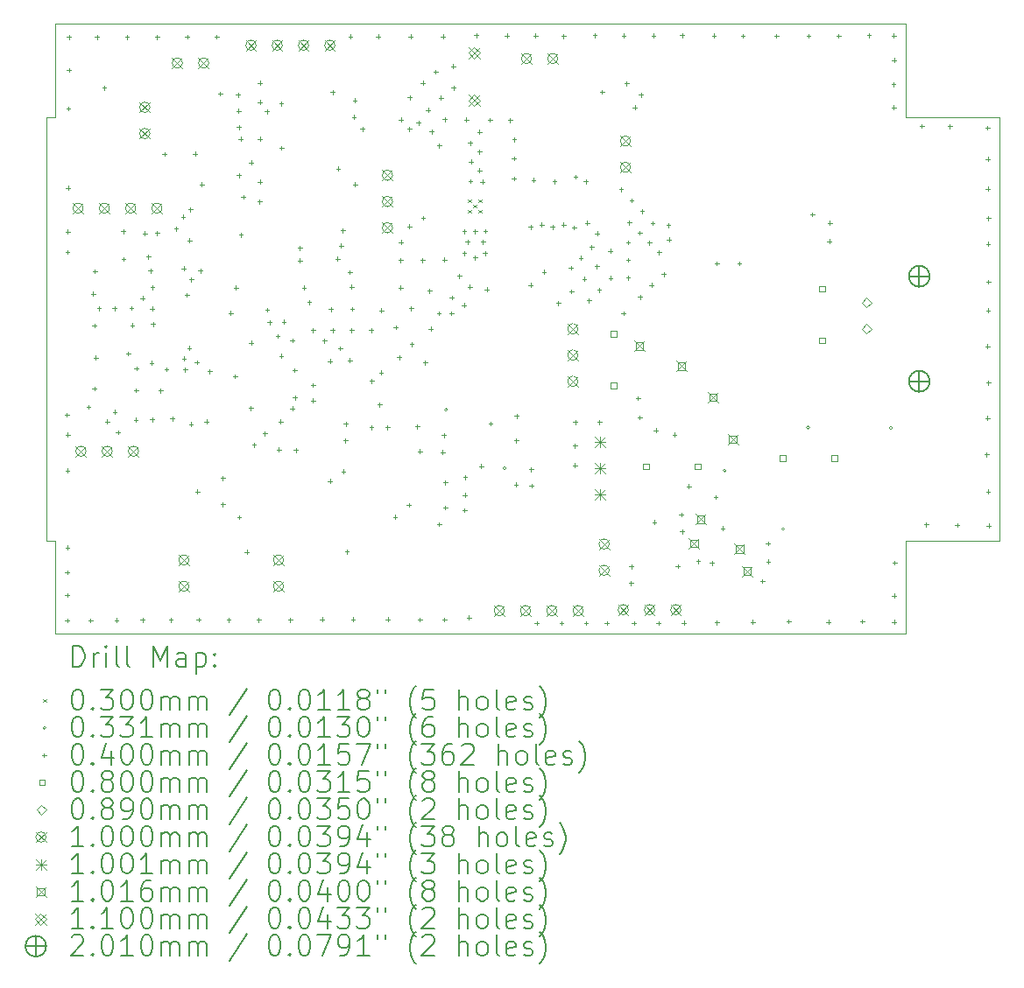
<source format=gbr>
%FSLAX45Y45*%
G04 Gerber Fmt 4.5, Leading zero omitted, Abs format (unit mm)*
G04 Created by KiCad (PCBNEW (6.0.4-0)) date 2023-07-28 13:04:55*
%MOMM*%
%LPD*%
G01*
G04 APERTURE LIST*
%TA.AperFunction,Profile*%
%ADD10C,0.100000*%
%TD*%
%ADD11C,0.200000*%
%ADD12C,0.030000*%
%ADD13C,0.033060*%
%ADD14C,0.040000*%
%ADD15C,0.080000*%
%ADD16C,0.089000*%
%ADD17C,0.100000*%
%ADD18C,0.100076*%
%ADD19C,0.101600*%
%ADD20C,0.110000*%
%ADD21C,0.201000*%
G04 APERTURE END LIST*
D10*
X4883240Y-5988500D02*
X13107760Y-5988500D01*
X4801000Y-10989760D02*
X4883240Y-10989760D01*
X4801000Y-6892740D02*
X4883240Y-6892740D01*
X13107760Y-11894000D02*
X4883240Y-11894000D01*
X13107760Y-10989760D02*
X14012000Y-10989760D01*
X13107760Y-11894000D02*
X13107760Y-10989760D01*
X4883240Y-10989760D02*
X4883240Y-11894000D01*
X14012000Y-6892740D02*
X14012000Y-10989760D01*
X4801000Y-6892740D02*
X4801000Y-10989760D01*
X13107760Y-6892740D02*
X14012000Y-6892740D01*
X4883240Y-6892740D02*
X4883240Y-5988500D01*
X13107760Y-5988500D02*
X13107760Y-6892740D01*
D11*
D12*
X8874100Y-7690000D02*
X8904100Y-7720000D01*
X8904100Y-7690000D02*
X8874100Y-7720000D01*
X8874100Y-7790000D02*
X8904100Y-7820000D01*
X8904100Y-7790000D02*
X8874100Y-7820000D01*
X8924100Y-7740000D02*
X8954100Y-7770000D01*
X8954100Y-7740000D02*
X8924100Y-7770000D01*
X8974100Y-7690000D02*
X9004100Y-7720000D01*
X9004100Y-7690000D02*
X8974100Y-7720000D01*
X8974100Y-7790000D02*
X9004100Y-7820000D01*
X9004100Y-7790000D02*
X8974100Y-7820000D01*
D13*
X8677845Y-9725315D02*
G75*
G03*
X8677845Y-9725315I-16530J0D01*
G01*
X9243530Y-10291000D02*
G75*
G03*
X9243530Y-10291000I-16530J0D01*
G01*
X11370530Y-10313000D02*
G75*
G03*
X11370530Y-10313000I-16530J0D01*
G01*
X11936215Y-10878685D02*
G75*
G03*
X11936215Y-10878685I-16530J0D01*
G01*
X12176530Y-9899000D02*
G75*
G03*
X12176530Y-9899000I-16530J0D01*
G01*
X12976530Y-9899000D02*
G75*
G03*
X12976530Y-9899000I-16530J0D01*
G01*
D14*
X4996000Y-9754000D02*
X4996000Y-9794000D01*
X4976000Y-9774000D02*
X5016000Y-9774000D01*
X4998000Y-11278000D02*
X4998000Y-11318000D01*
X4978000Y-11298000D02*
X5018000Y-11298000D01*
X4998000Y-11497000D02*
X4998000Y-11537000D01*
X4978000Y-11517000D02*
X5018000Y-11517000D01*
X5000000Y-11743000D02*
X5000000Y-11783000D01*
X4980000Y-11763000D02*
X5020000Y-11763000D01*
X5001000Y-10293000D02*
X5001000Y-10333000D01*
X4981000Y-10313000D02*
X5021000Y-10313000D01*
X5001000Y-11039000D02*
X5001000Y-11079000D01*
X4981000Y-11059000D02*
X5021000Y-11059000D01*
X5003000Y-8180000D02*
X5003000Y-8220000D01*
X4983000Y-8200000D02*
X5023000Y-8200000D01*
X5005000Y-7983000D02*
X5005000Y-8023000D01*
X4985000Y-8003000D02*
X5025000Y-8003000D01*
X5006000Y-9946000D02*
X5006000Y-9986000D01*
X4986000Y-9966000D02*
X5026000Y-9966000D01*
X5009000Y-7557000D02*
X5009000Y-7597000D01*
X4989000Y-7577000D02*
X5029000Y-7577000D01*
X5011000Y-6791000D02*
X5011000Y-6831000D01*
X4991000Y-6811000D02*
X5031000Y-6811000D01*
X5015000Y-6100000D02*
X5015000Y-6140000D01*
X4995000Y-6120000D02*
X5035000Y-6120000D01*
X5015000Y-6417000D02*
X5015000Y-6457000D01*
X4995000Y-6437000D02*
X5035000Y-6437000D01*
X5206000Y-9678000D02*
X5206000Y-9718000D01*
X5186000Y-9698000D02*
X5226000Y-9698000D01*
X5225000Y-11743000D02*
X5225000Y-11783000D01*
X5205000Y-11763000D02*
X5245000Y-11763000D01*
X5249000Y-8584000D02*
X5249000Y-8624000D01*
X5229000Y-8604000D02*
X5269000Y-8604000D01*
X5262000Y-8891000D02*
X5262000Y-8931000D01*
X5242000Y-8911000D02*
X5282000Y-8911000D01*
X5263000Y-9500000D02*
X5263000Y-9540000D01*
X5243000Y-9520000D02*
X5283000Y-9520000D01*
X5266000Y-8366000D02*
X5266000Y-8406000D01*
X5246000Y-8386000D02*
X5286000Y-8386000D01*
X5277000Y-9201000D02*
X5277000Y-9241000D01*
X5257000Y-9221000D02*
X5297000Y-9221000D01*
X5288000Y-6100000D02*
X5288000Y-6140000D01*
X5268000Y-6120000D02*
X5308000Y-6120000D01*
X5306000Y-8723000D02*
X5306000Y-8763000D01*
X5286000Y-8743000D02*
X5326000Y-8743000D01*
X5357000Y-6591000D02*
X5357000Y-6631000D01*
X5337000Y-6611000D02*
X5377000Y-6611000D01*
X5387000Y-9819000D02*
X5387000Y-9859000D01*
X5367000Y-9839000D02*
X5407000Y-9839000D01*
X5458000Y-8724000D02*
X5458000Y-8764000D01*
X5438000Y-8744000D02*
X5478000Y-8744000D01*
X5459000Y-9727000D02*
X5459000Y-9767000D01*
X5439000Y-9747000D02*
X5479000Y-9747000D01*
X5476000Y-11740000D02*
X5476000Y-11780000D01*
X5456000Y-11760000D02*
X5496000Y-11760000D01*
X5491000Y-9922000D02*
X5491000Y-9962000D01*
X5471000Y-9942000D02*
X5511000Y-9942000D01*
X5541000Y-7979000D02*
X5541000Y-8019000D01*
X5521000Y-7999000D02*
X5561000Y-7999000D01*
X5545000Y-8246000D02*
X5545000Y-8286000D01*
X5525000Y-8266000D02*
X5565000Y-8266000D01*
X5578000Y-6100000D02*
X5578000Y-6140000D01*
X5558000Y-6120000D02*
X5598000Y-6120000D01*
X5589000Y-9161000D02*
X5589000Y-9201000D01*
X5569000Y-9181000D02*
X5609000Y-9181000D01*
X5619000Y-8720000D02*
X5619000Y-8760000D01*
X5599000Y-8740000D02*
X5639000Y-8740000D01*
X5627564Y-8888461D02*
X5627564Y-8928461D01*
X5607564Y-8908461D02*
X5647564Y-8908461D01*
X5663000Y-9802000D02*
X5663000Y-9842000D01*
X5643000Y-9822000D02*
X5683000Y-9822000D01*
X5665000Y-9517450D02*
X5665000Y-9557450D01*
X5645000Y-9537450D02*
X5685000Y-9537450D01*
X5668000Y-9304000D02*
X5668000Y-9344000D01*
X5648000Y-9324000D02*
X5688000Y-9324000D01*
X5726000Y-11738000D02*
X5726000Y-11778000D01*
X5706000Y-11758000D02*
X5746000Y-11758000D01*
X5729000Y-8626000D02*
X5729000Y-8666000D01*
X5709000Y-8646000D02*
X5749000Y-8646000D01*
X5750000Y-7998000D02*
X5750000Y-8038000D01*
X5730000Y-8018000D02*
X5770000Y-8018000D01*
X5783000Y-8225000D02*
X5783000Y-8265000D01*
X5763000Y-8245000D02*
X5803000Y-8245000D01*
X5805000Y-8361000D02*
X5805000Y-8401000D01*
X5785000Y-8381000D02*
X5825000Y-8381000D01*
X5815770Y-9251770D02*
X5815770Y-9291770D01*
X5795770Y-9271770D02*
X5835770Y-9271770D01*
X5821000Y-8726000D02*
X5821000Y-8766000D01*
X5801000Y-8746000D02*
X5841000Y-8746000D01*
X5821000Y-9799000D02*
X5821000Y-9839000D01*
X5801000Y-9819000D02*
X5841000Y-9819000D01*
X5823000Y-8519000D02*
X5823000Y-8559000D01*
X5803000Y-8539000D02*
X5843000Y-8539000D01*
X5829550Y-8877000D02*
X5829550Y-8917000D01*
X5809550Y-8897000D02*
X5849550Y-8897000D01*
X5868000Y-7995000D02*
X5868000Y-8035000D01*
X5848000Y-8015000D02*
X5888000Y-8015000D01*
X5869000Y-6100000D02*
X5869000Y-6140000D01*
X5849000Y-6120000D02*
X5889000Y-6120000D01*
X5902000Y-9518000D02*
X5902000Y-9558000D01*
X5882000Y-9538000D02*
X5922000Y-9538000D01*
X5939000Y-7230000D02*
X5939000Y-7270000D01*
X5919000Y-7250000D02*
X5959000Y-7250000D01*
X5958230Y-9314230D02*
X5958230Y-9354230D01*
X5938230Y-9334230D02*
X5978230Y-9334230D01*
X6000000Y-11738000D02*
X6000000Y-11778000D01*
X5980000Y-11758000D02*
X6020000Y-11758000D01*
X6016000Y-9791000D02*
X6016000Y-9831000D01*
X5996000Y-9811000D02*
X6036000Y-9811000D01*
X6053000Y-7953000D02*
X6053000Y-7993000D01*
X6033000Y-7973000D02*
X6073000Y-7973000D01*
X6119000Y-7837000D02*
X6119000Y-7877000D01*
X6099000Y-7857000D02*
X6139000Y-7857000D01*
X6124000Y-8336950D02*
X6124000Y-8376950D01*
X6104000Y-8356950D02*
X6144000Y-8356950D01*
X6129000Y-9208000D02*
X6129000Y-9248000D01*
X6109000Y-9228000D02*
X6149000Y-9228000D01*
X6139000Y-9315000D02*
X6139000Y-9355000D01*
X6119000Y-9335000D02*
X6159000Y-9335000D01*
X6156000Y-8594000D02*
X6156000Y-8634000D01*
X6136000Y-8614000D02*
X6176000Y-8614000D01*
X6159000Y-6097000D02*
X6159000Y-6137000D01*
X6139000Y-6117000D02*
X6179000Y-6117000D01*
X6180000Y-9109000D02*
X6180000Y-9149000D01*
X6160000Y-9129000D02*
X6200000Y-9129000D01*
X6181000Y-8065050D02*
X6181000Y-8105050D01*
X6161000Y-8085050D02*
X6201000Y-8085050D01*
X6190000Y-7766000D02*
X6190000Y-7806000D01*
X6170000Y-7786000D02*
X6210000Y-7786000D01*
X6196000Y-9844000D02*
X6196000Y-9884000D01*
X6176000Y-9864000D02*
X6216000Y-9864000D01*
X6200000Y-8445000D02*
X6200000Y-8485000D01*
X6180000Y-8465000D02*
X6220000Y-8465000D01*
X6236000Y-7227000D02*
X6236000Y-7267000D01*
X6216000Y-7247000D02*
X6256000Y-7247000D01*
X6253000Y-9245000D02*
X6253000Y-9285000D01*
X6233000Y-9265000D02*
X6273000Y-9265000D01*
X6258000Y-10497000D02*
X6258000Y-10537000D01*
X6238000Y-10517000D02*
X6278000Y-10517000D01*
X6270000Y-11736000D02*
X6270000Y-11776000D01*
X6250000Y-11756000D02*
X6290000Y-11756000D01*
X6285000Y-8358000D02*
X6285000Y-8398000D01*
X6265000Y-8378000D02*
X6305000Y-8378000D01*
X6301431Y-7523431D02*
X6301431Y-7563431D01*
X6281431Y-7543431D02*
X6321431Y-7543431D01*
X6345000Y-9820000D02*
X6345000Y-9860000D01*
X6325000Y-9840000D02*
X6365000Y-9840000D01*
X6376000Y-9332000D02*
X6376000Y-9372000D01*
X6356000Y-9352000D02*
X6396000Y-9352000D01*
X6445000Y-6097000D02*
X6445000Y-6137000D01*
X6425000Y-6117000D02*
X6465000Y-6117000D01*
X6479000Y-6647000D02*
X6479000Y-6687000D01*
X6459000Y-6667000D02*
X6499000Y-6667000D01*
X6502000Y-10366000D02*
X6502000Y-10406000D01*
X6482000Y-10386000D02*
X6522000Y-10386000D01*
X6504000Y-10620000D02*
X6504000Y-10660000D01*
X6484000Y-10640000D02*
X6524000Y-10640000D01*
X6561000Y-11737000D02*
X6561000Y-11777000D01*
X6541000Y-11757000D02*
X6581000Y-11757000D01*
X6579000Y-8768000D02*
X6579000Y-8808000D01*
X6559000Y-8788000D02*
X6599000Y-8788000D01*
X6622000Y-9382000D02*
X6622000Y-9422000D01*
X6602000Y-9402000D02*
X6642000Y-9402000D01*
X6631000Y-8524000D02*
X6631000Y-8564000D01*
X6611000Y-8544000D02*
X6651000Y-8544000D01*
X6651000Y-6657000D02*
X6651000Y-6697000D01*
X6631000Y-6677000D02*
X6671000Y-6677000D01*
X6657000Y-6812000D02*
X6657000Y-6852000D01*
X6637000Y-6832000D02*
X6677000Y-6832000D01*
X6659000Y-7436000D02*
X6659000Y-7476000D01*
X6639000Y-7456000D02*
X6679000Y-7456000D01*
X6660000Y-6970000D02*
X6660000Y-7010000D01*
X6640000Y-6990000D02*
X6680000Y-6990000D01*
X6661550Y-10745000D02*
X6661550Y-10785000D01*
X6641550Y-10765000D02*
X6681550Y-10765000D01*
X6677000Y-7083000D02*
X6677000Y-7123000D01*
X6657000Y-7103000D02*
X6697000Y-7103000D01*
X6679000Y-8012000D02*
X6679000Y-8052000D01*
X6659000Y-8032000D02*
X6699000Y-8032000D01*
X6700000Y-7645000D02*
X6700000Y-7685000D01*
X6680000Y-7665000D02*
X6720000Y-7665000D01*
X6734000Y-11080000D02*
X6734000Y-11120000D01*
X6714000Y-11100000D02*
X6754000Y-11100000D01*
X6775000Y-9689000D02*
X6775000Y-9729000D01*
X6755000Y-9709000D02*
X6795000Y-9709000D01*
X6777000Y-7313000D02*
X6777000Y-7353000D01*
X6757000Y-7333000D02*
X6797000Y-7333000D01*
X6778000Y-9056000D02*
X6778000Y-9096000D01*
X6758000Y-9076000D02*
X6798000Y-9076000D01*
X6805000Y-10043000D02*
X6805000Y-10083000D01*
X6785000Y-10063000D02*
X6825000Y-10063000D01*
X6849000Y-11737000D02*
X6849000Y-11777000D01*
X6829000Y-11757000D02*
X6869000Y-11757000D01*
X6858000Y-7691000D02*
X6858000Y-7731000D01*
X6838000Y-7711000D02*
X6878000Y-7711000D01*
X6860700Y-6541000D02*
X6860700Y-6581000D01*
X6840700Y-6561000D02*
X6880700Y-6561000D01*
X6860700Y-6728000D02*
X6860700Y-6768000D01*
X6840700Y-6748000D02*
X6880700Y-6748000D01*
X6860700Y-7083000D02*
X6860700Y-7123000D01*
X6840700Y-7103000D02*
X6880700Y-7103000D01*
X6861000Y-7500000D02*
X6861000Y-7540000D01*
X6841000Y-7520000D02*
X6881000Y-7520000D01*
X6909000Y-9935000D02*
X6909000Y-9975000D01*
X6889000Y-9955000D02*
X6929000Y-9955000D01*
X6930000Y-6818000D02*
X6930000Y-6858000D01*
X6910000Y-6838000D02*
X6950000Y-6838000D01*
X6933000Y-8737000D02*
X6933000Y-8777000D01*
X6913000Y-8757000D02*
X6953000Y-8757000D01*
X6956450Y-8859000D02*
X6956450Y-8899000D01*
X6936450Y-8879000D02*
X6976450Y-8879000D01*
X7035000Y-8991000D02*
X7035000Y-9031000D01*
X7015000Y-9011000D02*
X7055000Y-9011000D01*
X7045000Y-10089000D02*
X7045000Y-10129000D01*
X7025000Y-10109000D02*
X7065000Y-10109000D01*
X7063000Y-9820000D02*
X7063000Y-9860000D01*
X7043000Y-9840000D02*
X7083000Y-9840000D01*
X7067000Y-6741000D02*
X7067000Y-6781000D01*
X7047000Y-6761000D02*
X7087000Y-6761000D01*
X7069000Y-9184000D02*
X7069000Y-9224000D01*
X7049000Y-9204000D02*
X7089000Y-9204000D01*
X7070000Y-7171000D02*
X7070000Y-7211000D01*
X7050000Y-7191000D02*
X7090000Y-7191000D01*
X7094000Y-8854000D02*
X7094000Y-8894000D01*
X7074000Y-8874000D02*
X7114000Y-8874000D01*
X7155000Y-11737000D02*
X7155000Y-11777000D01*
X7135000Y-11757000D02*
X7175000Y-11757000D01*
X7174000Y-9691000D02*
X7174000Y-9731000D01*
X7154000Y-9711000D02*
X7194000Y-9711000D01*
X7175000Y-9033000D02*
X7175000Y-9073000D01*
X7155000Y-9053000D02*
X7195000Y-9053000D01*
X7197000Y-9322000D02*
X7197000Y-9362000D01*
X7177000Y-9342000D02*
X7217000Y-9342000D01*
X7201000Y-9587000D02*
X7201000Y-9627000D01*
X7181000Y-9607000D02*
X7221000Y-9607000D01*
X7208000Y-10095000D02*
X7208000Y-10135000D01*
X7188000Y-10115000D02*
X7228000Y-10115000D01*
X7247450Y-8139000D02*
X7247450Y-8179000D01*
X7227450Y-8159000D02*
X7267450Y-8159000D01*
X7247450Y-8261000D02*
X7247450Y-8301000D01*
X7227450Y-8281000D02*
X7267450Y-8281000D01*
X7289000Y-8522000D02*
X7289000Y-8562000D01*
X7269000Y-8542000D02*
X7309000Y-8542000D01*
X7339000Y-8665000D02*
X7339000Y-8705000D01*
X7319000Y-8685000D02*
X7359000Y-8685000D01*
X7376000Y-8934000D02*
X7376000Y-8974000D01*
X7356000Y-8954000D02*
X7396000Y-8954000D01*
X7376550Y-9465000D02*
X7376550Y-9505000D01*
X7356550Y-9485000D02*
X7396550Y-9485000D01*
X7376550Y-9616000D02*
X7376550Y-9656000D01*
X7356550Y-9636000D02*
X7396550Y-9636000D01*
X7462000Y-11733000D02*
X7462000Y-11773000D01*
X7442000Y-11753000D02*
X7482000Y-11753000D01*
X7485000Y-9037550D02*
X7485000Y-9077550D01*
X7465000Y-9057550D02*
X7505000Y-9057550D01*
X7538000Y-9234000D02*
X7538000Y-9274000D01*
X7518000Y-9254000D02*
X7558000Y-9254000D01*
X7538000Y-10395000D02*
X7538000Y-10435000D01*
X7518000Y-10415000D02*
X7558000Y-10415000D01*
X7549000Y-8733000D02*
X7549000Y-8773000D01*
X7529000Y-8753000D02*
X7569000Y-8753000D01*
X7565000Y-8934000D02*
X7565000Y-8974000D01*
X7545000Y-8954000D02*
X7585000Y-8954000D01*
X7566000Y-6632000D02*
X7566000Y-6672000D01*
X7546000Y-6652000D02*
X7586000Y-6652000D01*
X7611770Y-8244770D02*
X7611770Y-8284770D01*
X7591770Y-8264770D02*
X7631770Y-8264770D01*
X7618000Y-7372000D02*
X7618000Y-7412000D01*
X7598000Y-7392000D02*
X7638000Y-7392000D01*
X7637000Y-9110000D02*
X7637000Y-9150000D01*
X7617000Y-9130000D02*
X7657000Y-9130000D01*
X7647000Y-8118000D02*
X7647000Y-8158000D01*
X7627000Y-8138000D02*
X7667000Y-8138000D01*
X7663000Y-7971000D02*
X7663000Y-8011000D01*
X7643000Y-7991000D02*
X7683000Y-7991000D01*
X7668000Y-10302000D02*
X7668000Y-10342000D01*
X7648000Y-10322000D02*
X7688000Y-10322000D01*
X7688000Y-10003000D02*
X7688000Y-10043000D01*
X7668000Y-10023000D02*
X7708000Y-10023000D01*
X7691000Y-9840000D02*
X7691000Y-9880000D01*
X7671000Y-9860000D02*
X7711000Y-9860000D01*
X7702000Y-11077000D02*
X7702000Y-11117000D01*
X7682000Y-11097000D02*
X7722000Y-11097000D01*
X7730000Y-9226000D02*
X7730000Y-9266000D01*
X7710000Y-9246000D02*
X7750000Y-9246000D01*
X7732000Y-8374000D02*
X7732000Y-8414000D01*
X7712000Y-8394000D02*
X7752000Y-8394000D01*
X7737000Y-6094050D02*
X7737000Y-6134050D01*
X7717000Y-6114050D02*
X7757000Y-6114050D01*
X7749000Y-8515000D02*
X7749000Y-8555000D01*
X7729000Y-8535000D02*
X7769000Y-8535000D01*
X7749000Y-8936000D02*
X7749000Y-8976000D01*
X7729000Y-8956000D02*
X7769000Y-8956000D01*
X7753000Y-8730000D02*
X7753000Y-8770000D01*
X7733000Y-8750000D02*
X7773000Y-8750000D01*
X7763000Y-11733000D02*
X7763000Y-11773000D01*
X7743000Y-11753000D02*
X7783000Y-11753000D01*
X7770000Y-6871000D02*
X7770000Y-6911000D01*
X7750000Y-6891000D02*
X7790000Y-6891000D01*
X7780000Y-6712000D02*
X7780000Y-6752000D01*
X7760000Y-6732000D02*
X7800000Y-6732000D01*
X7782000Y-7525000D02*
X7782000Y-7565000D01*
X7762000Y-7545000D02*
X7802000Y-7545000D01*
X7853000Y-6988000D02*
X7853000Y-7028000D01*
X7833000Y-7008000D02*
X7873000Y-7008000D01*
X7938000Y-8934000D02*
X7938000Y-8974000D01*
X7918000Y-8954000D02*
X7958000Y-8954000D01*
X7941000Y-9876000D02*
X7941000Y-9916000D01*
X7921000Y-9896000D02*
X7961000Y-9896000D01*
X7944000Y-9427000D02*
X7944000Y-9467000D01*
X7924000Y-9447000D02*
X7964000Y-9447000D01*
X8004000Y-6094050D02*
X8004000Y-6134050D01*
X7984000Y-6114050D02*
X8024000Y-6114050D01*
X8020000Y-9656000D02*
X8020000Y-9696000D01*
X8000000Y-9676000D02*
X8040000Y-9676000D01*
X8032000Y-9346000D02*
X8032000Y-9386000D01*
X8012000Y-9366000D02*
X8052000Y-9366000D01*
X8036000Y-8744000D02*
X8036000Y-8784000D01*
X8016000Y-8764000D02*
X8056000Y-8764000D01*
X8095550Y-9876000D02*
X8095550Y-9916000D01*
X8075550Y-9896000D02*
X8115550Y-9896000D01*
X8099000Y-11731000D02*
X8099000Y-11771000D01*
X8079000Y-11751000D02*
X8119000Y-11751000D01*
X8168000Y-10741000D02*
X8168000Y-10781000D01*
X8148000Y-10761000D02*
X8188000Y-10761000D01*
X8173000Y-8907000D02*
X8173000Y-8947000D01*
X8153000Y-8927000D02*
X8193000Y-8927000D01*
X8209000Y-9198000D02*
X8209000Y-9238000D01*
X8189000Y-9218000D02*
X8229000Y-9218000D01*
X8222000Y-8258000D02*
X8222000Y-8298000D01*
X8202000Y-8278000D02*
X8242000Y-8278000D01*
X8222000Y-8523000D02*
X8222000Y-8563000D01*
X8202000Y-8543000D02*
X8242000Y-8543000D01*
X8225000Y-8082000D02*
X8225000Y-8122000D01*
X8205000Y-8102000D02*
X8245000Y-8102000D01*
X8225500Y-6896500D02*
X8225500Y-6936500D01*
X8205500Y-6916500D02*
X8245500Y-6916500D01*
X8301000Y-10627000D02*
X8301000Y-10667000D01*
X8281000Y-10647000D02*
X8321000Y-10647000D01*
X8306000Y-6987000D02*
X8306000Y-7027000D01*
X8286000Y-7007000D02*
X8326000Y-7007000D01*
X8307000Y-7932000D02*
X8307000Y-7972000D01*
X8287000Y-7952000D02*
X8327000Y-7952000D01*
X8310000Y-6683000D02*
X8310000Y-6723000D01*
X8290000Y-6703000D02*
X8330000Y-6703000D01*
X8317000Y-6093000D02*
X8317000Y-6133000D01*
X8297000Y-6113000D02*
X8337000Y-6113000D01*
X8323000Y-8725000D02*
X8323000Y-8765000D01*
X8303000Y-8745000D02*
X8343000Y-8745000D01*
X8330000Y-9070000D02*
X8330000Y-9110000D01*
X8310000Y-9090000D02*
X8350000Y-9090000D01*
X8384000Y-9866000D02*
X8384000Y-9906000D01*
X8364000Y-9886000D02*
X8404000Y-9886000D01*
X8395000Y-6930000D02*
X8395000Y-6970000D01*
X8375000Y-6950000D02*
X8415000Y-6950000D01*
X8407000Y-10107000D02*
X8407000Y-10147000D01*
X8387000Y-10127000D02*
X8427000Y-10127000D01*
X8409000Y-11734000D02*
X8409000Y-11774000D01*
X8389000Y-11754000D02*
X8429000Y-11754000D01*
X8434000Y-8258000D02*
X8434000Y-8298000D01*
X8414000Y-8278000D02*
X8454000Y-8278000D01*
X8436000Y-6543000D02*
X8436000Y-6583000D01*
X8416000Y-6563000D02*
X8456000Y-6563000D01*
X8439000Y-7848000D02*
X8439000Y-7888000D01*
X8419000Y-7868000D02*
X8459000Y-7868000D01*
X8460000Y-9247000D02*
X8460000Y-9287000D01*
X8440000Y-9267000D02*
X8480000Y-9267000D01*
X8488000Y-6804000D02*
X8488000Y-6844000D01*
X8468000Y-6824000D02*
X8508000Y-6824000D01*
X8500000Y-8553000D02*
X8500000Y-8593000D01*
X8480000Y-8573000D02*
X8520000Y-8573000D01*
X8512000Y-8920000D02*
X8512000Y-8960000D01*
X8492000Y-8940000D02*
X8532000Y-8940000D01*
X8522000Y-7013000D02*
X8522000Y-7053000D01*
X8502000Y-7033000D02*
X8542000Y-7033000D01*
X8560000Y-6436000D02*
X8560000Y-6476000D01*
X8540000Y-6456000D02*
X8580000Y-6456000D01*
X8592000Y-8771000D02*
X8592000Y-8811000D01*
X8572000Y-8791000D02*
X8612000Y-8791000D01*
X8594000Y-7150000D02*
X8594000Y-7190000D01*
X8574000Y-7170000D02*
X8614000Y-7170000D01*
X8596000Y-10812000D02*
X8596000Y-10852000D01*
X8576000Y-10832000D02*
X8616000Y-10832000D01*
X8612000Y-6686000D02*
X8612000Y-6726000D01*
X8592000Y-6706000D02*
X8632000Y-6706000D01*
X8627000Y-10116000D02*
X8627000Y-10156000D01*
X8607000Y-10136000D02*
X8647000Y-10136000D01*
X8632000Y-6093000D02*
X8632000Y-6133000D01*
X8612000Y-6113000D02*
X8652000Y-6113000D01*
X8640000Y-9950000D02*
X8640000Y-9990000D01*
X8620000Y-9970000D02*
X8660000Y-9970000D01*
X8644000Y-8253000D02*
X8644000Y-8293000D01*
X8624000Y-8273000D02*
X8664000Y-8273000D01*
X8644000Y-11734000D02*
X8644000Y-11774000D01*
X8624000Y-11754000D02*
X8664000Y-11754000D01*
X8648000Y-6895000D02*
X8648000Y-6935000D01*
X8628000Y-6915000D02*
X8668000Y-6915000D01*
X8653000Y-10407000D02*
X8653000Y-10447000D01*
X8633000Y-10427000D02*
X8673000Y-10427000D01*
X8655000Y-10651000D02*
X8655000Y-10691000D01*
X8635000Y-10671000D02*
X8675000Y-10671000D01*
X8713000Y-8771000D02*
X8713000Y-8811000D01*
X8693000Y-8791000D02*
X8733000Y-8791000D01*
X8716000Y-8620000D02*
X8716000Y-8660000D01*
X8696000Y-8640000D02*
X8736000Y-8640000D01*
X8730000Y-6382000D02*
X8730000Y-6422000D01*
X8710000Y-6402000D02*
X8750000Y-6402000D01*
X8732000Y-6589450D02*
X8732000Y-6629450D01*
X8712000Y-6609450D02*
X8752000Y-6609450D01*
X8789000Y-8410000D02*
X8789000Y-8450000D01*
X8769000Y-8430000D02*
X8809000Y-8430000D01*
X8836000Y-8693550D02*
X8836000Y-8733550D01*
X8816000Y-8713550D02*
X8856000Y-8713550D01*
X8838000Y-7978000D02*
X8838000Y-8018000D01*
X8818000Y-7998000D02*
X8858000Y-7998000D01*
X8838000Y-8190000D02*
X8838000Y-8230000D01*
X8818000Y-8210000D02*
X8858000Y-8210000D01*
X8841000Y-10677000D02*
X8841000Y-10717000D01*
X8821000Y-10697000D02*
X8861000Y-10697000D01*
X8842000Y-10530000D02*
X8842000Y-10570000D01*
X8822000Y-10550000D02*
X8862000Y-10550000D01*
X8845000Y-10357000D02*
X8845000Y-10397000D01*
X8825000Y-10377000D02*
X8865000Y-10377000D01*
X8857000Y-6897000D02*
X8857000Y-6937000D01*
X8837000Y-6917000D02*
X8877000Y-6917000D01*
X8868000Y-8079000D02*
X8868000Y-8119000D01*
X8848000Y-8099000D02*
X8888000Y-8099000D01*
X8881000Y-11715000D02*
X8881000Y-11755000D01*
X8861000Y-11735000D02*
X8901000Y-11735000D01*
X8891000Y-8515000D02*
X8891000Y-8555000D01*
X8871000Y-8535000D02*
X8911000Y-8535000D01*
X8895000Y-7123000D02*
X8895000Y-7163000D01*
X8875000Y-7143000D02*
X8915000Y-7143000D01*
X8896000Y-7494000D02*
X8896000Y-7534000D01*
X8876000Y-7514000D02*
X8916000Y-7514000D01*
X8904000Y-7303000D02*
X8904000Y-7343000D01*
X8884000Y-7323000D02*
X8924000Y-7323000D01*
X8942000Y-7980000D02*
X8942000Y-8020000D01*
X8922000Y-8000000D02*
X8962000Y-8000000D01*
X8943000Y-8232000D02*
X8943000Y-8272000D01*
X8923000Y-8252000D02*
X8963000Y-8252000D01*
X8953979Y-6082481D02*
X8953979Y-6122481D01*
X8933979Y-6102481D02*
X8973979Y-6102481D01*
X8984050Y-7017000D02*
X8984050Y-7057000D01*
X8964050Y-7037000D02*
X9004050Y-7037000D01*
X8984050Y-7209000D02*
X8984050Y-7249000D01*
X8964050Y-7229000D02*
X9004050Y-7229000D01*
X8984050Y-7388000D02*
X8984050Y-7428000D01*
X8964050Y-7408000D02*
X9004050Y-7408000D01*
X9000000Y-10252000D02*
X9000000Y-10292000D01*
X8980000Y-10272000D02*
X9020000Y-10272000D01*
X9014000Y-7499000D02*
X9014000Y-7539000D01*
X8994000Y-7519000D02*
X9034000Y-7519000D01*
X9018000Y-8080000D02*
X9018000Y-8120000D01*
X8998000Y-8100000D02*
X9038000Y-8100000D01*
X9038000Y-8190000D02*
X9038000Y-8230000D01*
X9018000Y-8210000D02*
X9058000Y-8210000D01*
X9040208Y-7976917D02*
X9040208Y-8016917D01*
X9020208Y-7996917D02*
X9060208Y-7996917D01*
X9055000Y-8539000D02*
X9055000Y-8579000D01*
X9035000Y-8559000D02*
X9075000Y-8559000D01*
X9085000Y-6900000D02*
X9085000Y-6940000D01*
X9065000Y-6920000D02*
X9105000Y-6920000D01*
X9091000Y-9837550D02*
X9091000Y-9877550D01*
X9071000Y-9857550D02*
X9111000Y-9857550D01*
X9251000Y-6086000D02*
X9251000Y-6126000D01*
X9231000Y-6106000D02*
X9271000Y-6106000D01*
X9279000Y-6902000D02*
X9279000Y-6942000D01*
X9259000Y-6922000D02*
X9299000Y-6922000D01*
X9316000Y-7273000D02*
X9316000Y-7313000D01*
X9296000Y-7293000D02*
X9336000Y-7293000D01*
X9318000Y-7468000D02*
X9318000Y-7508000D01*
X9298000Y-7488000D02*
X9338000Y-7488000D01*
X9320000Y-7089000D02*
X9320000Y-7129000D01*
X9300000Y-7109000D02*
X9340000Y-7109000D01*
X9338000Y-10427000D02*
X9338000Y-10467000D01*
X9318000Y-10447000D02*
X9358000Y-10447000D01*
X9341000Y-10001000D02*
X9341000Y-10041000D01*
X9321000Y-10021000D02*
X9361000Y-10021000D01*
X9342000Y-9765000D02*
X9342000Y-9805000D01*
X9322000Y-9785000D02*
X9362000Y-9785000D01*
X9478000Y-8498000D02*
X9478000Y-8538000D01*
X9458000Y-8518000D02*
X9498000Y-8518000D01*
X9478412Y-7936819D02*
X9478412Y-7976819D01*
X9458412Y-7956819D02*
X9498412Y-7956819D01*
X9483000Y-10280000D02*
X9483000Y-10320000D01*
X9463000Y-10300000D02*
X9503000Y-10300000D01*
X9486000Y-10440000D02*
X9486000Y-10480000D01*
X9466000Y-10460000D02*
X9506000Y-10460000D01*
X9507000Y-7482000D02*
X9507000Y-7522000D01*
X9487000Y-7502000D02*
X9527000Y-7502000D01*
X9527000Y-6084000D02*
X9527000Y-6124000D01*
X9507000Y-6104000D02*
X9547000Y-6104000D01*
X9538000Y-11768000D02*
X9538000Y-11808000D01*
X9518000Y-11788000D02*
X9558000Y-11788000D01*
X9584000Y-7914050D02*
X9584000Y-7954050D01*
X9564000Y-7934050D02*
X9604000Y-7934050D01*
X9607000Y-8372000D02*
X9607000Y-8412000D01*
X9587000Y-8392000D02*
X9627000Y-8392000D01*
X9689141Y-7936300D02*
X9689141Y-7976300D01*
X9669141Y-7956300D02*
X9709141Y-7956300D01*
X9709000Y-7497000D02*
X9709000Y-7537000D01*
X9689000Y-7517000D02*
X9729000Y-7517000D01*
X9745266Y-8672266D02*
X9745266Y-8712266D01*
X9725266Y-8692266D02*
X9765266Y-8692266D01*
X9778000Y-11768000D02*
X9778000Y-11808000D01*
X9758000Y-11788000D02*
X9798000Y-11788000D01*
X9796000Y-7913550D02*
X9796000Y-7953550D01*
X9776000Y-7933550D02*
X9816000Y-7933550D01*
X9798000Y-6091000D02*
X9798000Y-6131000D01*
X9778000Y-6111000D02*
X9818000Y-6111000D01*
X9866235Y-8332234D02*
X9866235Y-8372234D01*
X9846235Y-8352234D02*
X9886235Y-8352234D01*
X9873000Y-8560000D02*
X9873000Y-8600000D01*
X9853000Y-8580000D02*
X9893000Y-8580000D01*
X9899789Y-7941281D02*
X9899789Y-7981281D01*
X9879789Y-7961281D02*
X9919789Y-7961281D01*
X9906000Y-10053000D02*
X9906000Y-10093000D01*
X9886000Y-10073000D02*
X9926000Y-10073000D01*
X9906000Y-10243000D02*
X9906000Y-10283000D01*
X9886000Y-10263000D02*
X9926000Y-10263000D01*
X9909000Y-9823000D02*
X9909000Y-9863000D01*
X9889000Y-9843000D02*
X9929000Y-9843000D01*
X9913000Y-7451000D02*
X9913000Y-7491000D01*
X9893000Y-7471000D02*
X9933000Y-7471000D01*
X9963235Y-8235234D02*
X9963235Y-8275234D01*
X9943235Y-8255234D02*
X9983235Y-8255234D01*
X9998000Y-8440000D02*
X9998000Y-8480000D01*
X9978000Y-8460000D02*
X10018000Y-8460000D01*
X10011000Y-7496000D02*
X10011000Y-7536000D01*
X9991000Y-7516000D02*
X10031000Y-7516000D01*
X10015487Y-11769862D02*
X10015487Y-11809862D01*
X9995487Y-11789862D02*
X10035487Y-11789862D01*
X10025000Y-7897000D02*
X10025000Y-7937000D01*
X10005000Y-7917000D02*
X10045000Y-7917000D01*
X10042181Y-8646181D02*
X10042181Y-8686181D01*
X10022181Y-8666181D02*
X10062181Y-8666181D01*
X10067000Y-8131000D02*
X10067000Y-8171000D01*
X10047000Y-8151000D02*
X10087000Y-8151000D01*
X10100000Y-6083098D02*
X10100000Y-6123098D01*
X10080000Y-6103098D02*
X10120000Y-6103098D01*
X10118000Y-8316000D02*
X10118000Y-8356000D01*
X10098000Y-8336000D02*
X10138000Y-8336000D01*
X10123000Y-7997000D02*
X10123000Y-8037000D01*
X10103000Y-8017000D02*
X10143000Y-8017000D01*
X10141181Y-8547181D02*
X10141181Y-8587181D01*
X10121181Y-8567181D02*
X10161181Y-8567181D01*
X10144000Y-9823000D02*
X10144000Y-9863000D01*
X10124000Y-9843000D02*
X10164000Y-9843000D01*
X10170000Y-6630000D02*
X10170000Y-6670000D01*
X10150000Y-6650000D02*
X10190000Y-6650000D01*
X10215000Y-11769000D02*
X10215000Y-11809000D01*
X10195000Y-11789000D02*
X10235000Y-11789000D01*
X10248266Y-8169265D02*
X10248266Y-8209265D01*
X10228266Y-8189265D02*
X10268266Y-8189265D01*
X10251050Y-8431000D02*
X10251050Y-8471000D01*
X10231050Y-8451000D02*
X10271050Y-8451000D01*
X10354000Y-7573000D02*
X10354000Y-7613000D01*
X10334000Y-7593000D02*
X10374000Y-7593000D01*
X10376000Y-8771000D02*
X10376000Y-8811000D01*
X10356000Y-8791000D02*
X10396000Y-8791000D01*
X10378000Y-6084000D02*
X10378000Y-6124000D01*
X10358000Y-6104000D02*
X10398000Y-6104000D01*
X10407000Y-6547000D02*
X10407000Y-6587000D01*
X10387000Y-6567000D02*
X10427000Y-6567000D01*
X10420950Y-8085000D02*
X10420950Y-8125000D01*
X10400950Y-8105000D02*
X10440950Y-8105000D01*
X10420950Y-8256000D02*
X10420950Y-8296000D01*
X10400950Y-8276000D02*
X10440950Y-8276000D01*
X10420950Y-8427000D02*
X10420950Y-8467000D01*
X10400950Y-8447000D02*
X10440950Y-8447000D01*
X10433235Y-7894765D02*
X10433235Y-7934765D01*
X10413235Y-7914765D02*
X10453235Y-7914765D01*
X10449000Y-11383000D02*
X10449000Y-11423000D01*
X10429000Y-11403000D02*
X10469000Y-11403000D01*
X10453000Y-11220000D02*
X10453000Y-11260000D01*
X10433000Y-11240000D02*
X10473000Y-11240000D01*
X10455000Y-7679000D02*
X10455000Y-7719000D01*
X10435000Y-7699000D02*
X10475000Y-7699000D01*
X10477000Y-11769000D02*
X10477000Y-11809000D01*
X10457000Y-11789000D02*
X10497000Y-11789000D01*
X10486000Y-6780000D02*
X10486000Y-6820000D01*
X10466000Y-6800000D02*
X10506000Y-6800000D01*
X10516000Y-9593000D02*
X10516000Y-9633000D01*
X10496000Y-9613000D02*
X10536000Y-9613000D01*
X10532235Y-7993765D02*
X10532235Y-8033765D01*
X10512235Y-8013765D02*
X10552235Y-8013765D01*
X10534000Y-9779000D02*
X10534000Y-9819000D01*
X10514000Y-9799000D02*
X10554000Y-9799000D01*
X10537000Y-8615000D02*
X10537000Y-8655000D01*
X10517000Y-8635000D02*
X10557000Y-8635000D01*
X10545000Y-6659000D02*
X10545000Y-6699000D01*
X10525000Y-6679000D02*
X10565000Y-6679000D01*
X10557000Y-7785000D02*
X10557000Y-7825000D01*
X10537000Y-7805000D02*
X10577000Y-7805000D01*
X10626735Y-8088265D02*
X10626735Y-8128265D01*
X10606735Y-8108265D02*
X10646735Y-8108265D01*
X10648000Y-8499000D02*
X10648000Y-8539000D01*
X10628000Y-8519000D02*
X10668000Y-8519000D01*
X10658266Y-7900734D02*
X10658266Y-7940734D01*
X10638266Y-7920734D02*
X10678266Y-7920734D01*
X10666000Y-6084000D02*
X10666000Y-6124000D01*
X10646000Y-6104000D02*
X10686000Y-6104000D01*
X10675000Y-10791000D02*
X10675000Y-10831000D01*
X10655000Y-10811000D02*
X10695000Y-10811000D01*
X10688000Y-9903000D02*
X10688000Y-9943000D01*
X10668000Y-9923000D02*
X10708000Y-9923000D01*
X10715000Y-11769000D02*
X10715000Y-11809000D01*
X10695000Y-11789000D02*
X10735000Y-11789000D01*
X10721235Y-8182765D02*
X10721235Y-8222765D01*
X10701235Y-8202765D02*
X10741235Y-8202765D01*
X10764000Y-8394000D02*
X10764000Y-8434000D01*
X10744000Y-8414000D02*
X10784000Y-8414000D01*
X10810000Y-7918000D02*
X10810000Y-7958000D01*
X10790000Y-7938000D02*
X10830000Y-7938000D01*
X10816266Y-8058734D02*
X10816266Y-8098734D01*
X10796266Y-8078734D02*
X10836266Y-8078734D01*
X10869000Y-9946000D02*
X10869000Y-9986000D01*
X10849000Y-9966000D02*
X10889000Y-9966000D01*
X10901000Y-11218000D02*
X10901000Y-11258000D01*
X10881000Y-11238000D02*
X10921000Y-11238000D01*
X10934000Y-10718000D02*
X10934000Y-10758000D01*
X10914000Y-10738000D02*
X10954000Y-10738000D01*
X10942000Y-6081000D02*
X10942000Y-6121000D01*
X10922000Y-6101000D02*
X10962000Y-6101000D01*
X10942000Y-10883000D02*
X10942000Y-10923000D01*
X10922000Y-10903000D02*
X10962000Y-10903000D01*
X10960000Y-11766000D02*
X10960000Y-11806000D01*
X10940000Y-11786000D02*
X10980000Y-11786000D01*
X11007050Y-10445000D02*
X11007050Y-10485000D01*
X10987050Y-10465000D02*
X11027050Y-10465000D01*
X11099000Y-11170000D02*
X11099000Y-11210000D01*
X11079000Y-11190000D02*
X11119000Y-11190000D01*
X11230000Y-11187000D02*
X11230000Y-11227000D01*
X11210000Y-11207000D02*
X11250000Y-11207000D01*
X11250000Y-6085000D02*
X11250000Y-6125000D01*
X11230000Y-6105000D02*
X11270000Y-6105000D01*
X11268000Y-10550000D02*
X11268000Y-10590000D01*
X11248000Y-10570000D02*
X11288000Y-10570000D01*
X11278500Y-8289500D02*
X11278500Y-8329500D01*
X11258500Y-8309500D02*
X11298500Y-8309500D01*
X11280000Y-11763000D02*
X11280000Y-11803000D01*
X11260000Y-11783000D02*
X11300000Y-11783000D01*
X11336000Y-10851000D02*
X11336000Y-10891000D01*
X11316000Y-10871000D02*
X11356000Y-10871000D01*
X11495500Y-8289500D02*
X11495500Y-8329500D01*
X11475500Y-8309500D02*
X11515500Y-8309500D01*
X11530000Y-6088000D02*
X11530000Y-6128000D01*
X11510000Y-6108000D02*
X11550000Y-6108000D01*
X11627000Y-11757000D02*
X11627000Y-11797000D01*
X11607000Y-11777000D02*
X11647000Y-11777000D01*
X11720000Y-11362000D02*
X11720000Y-11402000D01*
X11700000Y-11382000D02*
X11740000Y-11382000D01*
X11772000Y-10998000D02*
X11772000Y-11038000D01*
X11752000Y-11018000D02*
X11792000Y-11018000D01*
X11776000Y-11174000D02*
X11776000Y-11214000D01*
X11756000Y-11194000D02*
X11796000Y-11194000D01*
X11855000Y-6088000D02*
X11855000Y-6128000D01*
X11835000Y-6108000D02*
X11875000Y-6108000D01*
X11973000Y-11752000D02*
X11973000Y-11792000D01*
X11953000Y-11772000D02*
X11993000Y-11772000D01*
X12164000Y-6088000D02*
X12164000Y-6128000D01*
X12144000Y-6108000D02*
X12184000Y-6108000D01*
X12202000Y-7815000D02*
X12202000Y-7855000D01*
X12182000Y-7835000D02*
X12222000Y-7835000D01*
X12358000Y-11757000D02*
X12358000Y-11797000D01*
X12338000Y-11777000D02*
X12378000Y-11777000D01*
X12364000Y-8074000D02*
X12364000Y-8114000D01*
X12344000Y-8094000D02*
X12384000Y-8094000D01*
X12371000Y-7898000D02*
X12371000Y-7938000D01*
X12351000Y-7918000D02*
X12391000Y-7918000D01*
X12454000Y-6088000D02*
X12454000Y-6128000D01*
X12434000Y-6108000D02*
X12474000Y-6108000D01*
X12683000Y-11752000D02*
X12683000Y-11792000D01*
X12663000Y-11772000D02*
X12703000Y-11772000D01*
X12750000Y-6082000D02*
X12750000Y-6122000D01*
X12730000Y-6102000D02*
X12770000Y-6102000D01*
X12987000Y-6557000D02*
X12987000Y-6597000D01*
X12967000Y-6577000D02*
X13007000Y-6577000D01*
X12990000Y-6085000D02*
X12990000Y-6125000D01*
X12970000Y-6105000D02*
X13010000Y-6105000D01*
X12990000Y-6778000D02*
X12990000Y-6818000D01*
X12970000Y-6798000D02*
X13010000Y-6798000D01*
X12991000Y-11504000D02*
X12991000Y-11544000D01*
X12971000Y-11524000D02*
X13011000Y-11524000D01*
X12991000Y-11757000D02*
X12991000Y-11797000D01*
X12971000Y-11777000D02*
X13011000Y-11777000D01*
X12993000Y-6322000D02*
X12993000Y-6362000D01*
X12973000Y-6342000D02*
X13013000Y-6342000D01*
X12996000Y-11185000D02*
X12996000Y-11225000D01*
X12976000Y-11205000D02*
X13016000Y-11205000D01*
X13261000Y-6959000D02*
X13261000Y-6999000D01*
X13241000Y-6979000D02*
X13281000Y-6979000D01*
X13301000Y-10815000D02*
X13301000Y-10855000D01*
X13281000Y-10835000D02*
X13321000Y-10835000D01*
X13532000Y-6962000D02*
X13532000Y-7002000D01*
X13512000Y-6982000D02*
X13552000Y-6982000D01*
X13600000Y-10820000D02*
X13600000Y-10860000D01*
X13580000Y-10840000D02*
X13620000Y-10840000D01*
X13885000Y-10138000D02*
X13885000Y-10178000D01*
X13865000Y-10158000D02*
X13905000Y-10158000D01*
X13894000Y-6977000D02*
X13894000Y-7017000D01*
X13874000Y-6997000D02*
X13914000Y-6997000D01*
X13895000Y-9092000D02*
X13895000Y-9132000D01*
X13875000Y-9112000D02*
X13915000Y-9112000D01*
X13895000Y-9784000D02*
X13895000Y-9824000D01*
X13875000Y-9804000D02*
X13915000Y-9804000D01*
X13897000Y-7278000D02*
X13897000Y-7318000D01*
X13877000Y-7298000D02*
X13917000Y-7298000D01*
X13897000Y-7567000D02*
X13897000Y-7607000D01*
X13877000Y-7587000D02*
X13917000Y-7587000D01*
X13900000Y-8100000D02*
X13900000Y-8140000D01*
X13880000Y-8120000D02*
X13920000Y-8120000D01*
X13900000Y-8743000D02*
X13900000Y-8783000D01*
X13880000Y-8763000D02*
X13920000Y-8763000D01*
X13900000Y-10496000D02*
X13900000Y-10536000D01*
X13880000Y-10516000D02*
X13920000Y-10516000D01*
X13902000Y-8466000D02*
X13902000Y-8506000D01*
X13882000Y-8486000D02*
X13922000Y-8486000D01*
X13902000Y-9444000D02*
X13902000Y-9484000D01*
X13882000Y-9464000D02*
X13922000Y-9464000D01*
X13903000Y-7850000D02*
X13903000Y-7890000D01*
X13883000Y-7870000D02*
X13923000Y-7870000D01*
X13905000Y-10825000D02*
X13905000Y-10865000D01*
X13885000Y-10845000D02*
X13925000Y-10845000D01*
D15*
X10310285Y-9019285D02*
X10310285Y-8962716D01*
X10253716Y-8962716D01*
X10253716Y-9019285D01*
X10310285Y-9019285D01*
X10310285Y-9519285D02*
X10310285Y-9462716D01*
X10253716Y-9462716D01*
X10253716Y-9519285D01*
X10310285Y-9519285D01*
X10624285Y-10302285D02*
X10624285Y-10245716D01*
X10567716Y-10245716D01*
X10567716Y-10302285D01*
X10624285Y-10302285D01*
X11124285Y-10302285D02*
X11124285Y-10245716D01*
X11067716Y-10245716D01*
X11067716Y-10302285D01*
X11124285Y-10302285D01*
X11944284Y-10223285D02*
X11944284Y-10166716D01*
X11887715Y-10166716D01*
X11887715Y-10223285D01*
X11944284Y-10223285D01*
X12322284Y-8582285D02*
X12322284Y-8525716D01*
X12265715Y-8525716D01*
X12265715Y-8582285D01*
X12322284Y-8582285D01*
X12322284Y-9082285D02*
X12322284Y-9025716D01*
X12265715Y-9025716D01*
X12265715Y-9082285D01*
X12322284Y-9082285D01*
X12444284Y-10223285D02*
X12444284Y-10166716D01*
X12387715Y-10166716D01*
X12387715Y-10223285D01*
X12444284Y-10223285D01*
D16*
X12727500Y-8731750D02*
X12772000Y-8687250D01*
X12727500Y-8642750D01*
X12683000Y-8687250D01*
X12727500Y-8731750D01*
X12727500Y-8985750D02*
X12772000Y-8941250D01*
X12727500Y-8896750D01*
X12683000Y-8941250D01*
X12727500Y-8985750D01*
D17*
X5055250Y-7725000D02*
X5155250Y-7825000D01*
X5155250Y-7725000D02*
X5055250Y-7825000D01*
X5155250Y-7775000D02*
G75*
G03*
X5155250Y-7775000I-50000J0D01*
G01*
X5082500Y-10076000D02*
X5182500Y-10176000D01*
X5182500Y-10076000D02*
X5082500Y-10176000D01*
X5182500Y-10126000D02*
G75*
G03*
X5182500Y-10126000I-50000J0D01*
G01*
X5309250Y-7725000D02*
X5409250Y-7825000D01*
X5409250Y-7725000D02*
X5309250Y-7825000D01*
X5409250Y-7775000D02*
G75*
G03*
X5409250Y-7775000I-50000J0D01*
G01*
X5336500Y-10076000D02*
X5436500Y-10176000D01*
X5436500Y-10076000D02*
X5336500Y-10176000D01*
X5436500Y-10126000D02*
G75*
G03*
X5436500Y-10126000I-50000J0D01*
G01*
X5563250Y-7725000D02*
X5663250Y-7825000D01*
X5663250Y-7725000D02*
X5563250Y-7825000D01*
X5663250Y-7775000D02*
G75*
G03*
X5663250Y-7775000I-50000J0D01*
G01*
X5590500Y-10076000D02*
X5690500Y-10176000D01*
X5690500Y-10076000D02*
X5590500Y-10176000D01*
X5690500Y-10126000D02*
G75*
G03*
X5690500Y-10126000I-50000J0D01*
G01*
X5699000Y-6748500D02*
X5799000Y-6848500D01*
X5799000Y-6748500D02*
X5699000Y-6848500D01*
X5799000Y-6798500D02*
G75*
G03*
X5799000Y-6798500I-50000J0D01*
G01*
X5699000Y-7002500D02*
X5799000Y-7102500D01*
X5799000Y-7002500D02*
X5699000Y-7102500D01*
X5799000Y-7052500D02*
G75*
G03*
X5799000Y-7052500I-50000J0D01*
G01*
X5817250Y-7725000D02*
X5917250Y-7825000D01*
X5917250Y-7725000D02*
X5817250Y-7825000D01*
X5917250Y-7775000D02*
G75*
G03*
X5917250Y-7775000I-50000J0D01*
G01*
X6013500Y-6321000D02*
X6113500Y-6421000D01*
X6113500Y-6321000D02*
X6013500Y-6421000D01*
X6113500Y-6371000D02*
G75*
G03*
X6113500Y-6371000I-50000J0D01*
G01*
X6077000Y-11128000D02*
X6177000Y-11228000D01*
X6177000Y-11128000D02*
X6077000Y-11228000D01*
X6177000Y-11178000D02*
G75*
G03*
X6177000Y-11178000I-50000J0D01*
G01*
X6077000Y-11382000D02*
X6177000Y-11482000D01*
X6177000Y-11382000D02*
X6077000Y-11482000D01*
X6177000Y-11432000D02*
G75*
G03*
X6177000Y-11432000I-50000J0D01*
G01*
X6267500Y-6321000D02*
X6367500Y-6421000D01*
X6367500Y-6321000D02*
X6267500Y-6421000D01*
X6367500Y-6371000D02*
G75*
G03*
X6367500Y-6371000I-50000J0D01*
G01*
X6725750Y-6149000D02*
X6825750Y-6249000D01*
X6825750Y-6149000D02*
X6725750Y-6249000D01*
X6825750Y-6199000D02*
G75*
G03*
X6825750Y-6199000I-50000J0D01*
G01*
X6979750Y-6149000D02*
X7079750Y-6249000D01*
X7079750Y-6149000D02*
X6979750Y-6249000D01*
X7079750Y-6199000D02*
G75*
G03*
X7079750Y-6199000I-50000J0D01*
G01*
X6991000Y-11128000D02*
X7091000Y-11228000D01*
X7091000Y-11128000D02*
X6991000Y-11228000D01*
X7091000Y-11178000D02*
G75*
G03*
X7091000Y-11178000I-50000J0D01*
G01*
X6991000Y-11382000D02*
X7091000Y-11482000D01*
X7091000Y-11382000D02*
X6991000Y-11482000D01*
X7091000Y-11432000D02*
G75*
G03*
X7091000Y-11432000I-50000J0D01*
G01*
X7233750Y-6149000D02*
X7333750Y-6249000D01*
X7333750Y-6149000D02*
X7233750Y-6249000D01*
X7333750Y-6199000D02*
G75*
G03*
X7333750Y-6199000I-50000J0D01*
G01*
X7487750Y-6149000D02*
X7587750Y-6249000D01*
X7587750Y-6149000D02*
X7487750Y-6249000D01*
X7587750Y-6199000D02*
G75*
G03*
X7587750Y-6199000I-50000J0D01*
G01*
X8045000Y-7405500D02*
X8145000Y-7505500D01*
X8145000Y-7405500D02*
X8045000Y-7505500D01*
X8145000Y-7455500D02*
G75*
G03*
X8145000Y-7455500I-50000J0D01*
G01*
X8045000Y-7659500D02*
X8145000Y-7759500D01*
X8145000Y-7659500D02*
X8045000Y-7759500D01*
X8145000Y-7709500D02*
G75*
G03*
X8145000Y-7709500I-50000J0D01*
G01*
X8045000Y-7913500D02*
X8145000Y-8013500D01*
X8145000Y-7913500D02*
X8045000Y-8013500D01*
X8145000Y-7963500D02*
G75*
G03*
X8145000Y-7963500I-50000J0D01*
G01*
X9125000Y-11618000D02*
X9225000Y-11718000D01*
X9225000Y-11618000D02*
X9125000Y-11718000D01*
X9225000Y-11668000D02*
G75*
G03*
X9225000Y-11668000I-50000J0D01*
G01*
X9379000Y-11618000D02*
X9479000Y-11718000D01*
X9479000Y-11618000D02*
X9379000Y-11718000D01*
X9479000Y-11668000D02*
G75*
G03*
X9479000Y-11668000I-50000J0D01*
G01*
X9389000Y-6277000D02*
X9489000Y-6377000D01*
X9489000Y-6277000D02*
X9389000Y-6377000D01*
X9489000Y-6327000D02*
G75*
G03*
X9489000Y-6327000I-50000J0D01*
G01*
X9633000Y-11618000D02*
X9733000Y-11718000D01*
X9733000Y-11618000D02*
X9633000Y-11718000D01*
X9733000Y-11668000D02*
G75*
G03*
X9733000Y-11668000I-50000J0D01*
G01*
X9643000Y-6277000D02*
X9743000Y-6377000D01*
X9743000Y-6277000D02*
X9643000Y-6377000D01*
X9743000Y-6327000D02*
G75*
G03*
X9743000Y-6327000I-50000J0D01*
G01*
X9837000Y-8891500D02*
X9937000Y-8991500D01*
X9937000Y-8891500D02*
X9837000Y-8991500D01*
X9937000Y-8941500D02*
G75*
G03*
X9937000Y-8941500I-50000J0D01*
G01*
X9837000Y-9145500D02*
X9937000Y-9245500D01*
X9937000Y-9145500D02*
X9837000Y-9245500D01*
X9937000Y-9195500D02*
G75*
G03*
X9937000Y-9195500I-50000J0D01*
G01*
X9837000Y-9399500D02*
X9937000Y-9499500D01*
X9937000Y-9399500D02*
X9837000Y-9499500D01*
X9937000Y-9449500D02*
G75*
G03*
X9937000Y-9449500I-50000J0D01*
G01*
X9887000Y-11618000D02*
X9987000Y-11718000D01*
X9987000Y-11618000D02*
X9887000Y-11718000D01*
X9987000Y-11668000D02*
G75*
G03*
X9987000Y-11668000I-50000J0D01*
G01*
X10139000Y-10973500D02*
X10239000Y-11073500D01*
X10239000Y-10973500D02*
X10139000Y-11073500D01*
X10239000Y-11023500D02*
G75*
G03*
X10239000Y-11023500I-50000J0D01*
G01*
X10139000Y-11227500D02*
X10239000Y-11327500D01*
X10239000Y-11227500D02*
X10139000Y-11327500D01*
X10239000Y-11277500D02*
G75*
G03*
X10239000Y-11277500I-50000J0D01*
G01*
X10324000Y-11610000D02*
X10424000Y-11710000D01*
X10424000Y-11610000D02*
X10324000Y-11710000D01*
X10424000Y-11660000D02*
G75*
G03*
X10424000Y-11660000I-50000J0D01*
G01*
X10345500Y-7075000D02*
X10445500Y-7175000D01*
X10445500Y-7075000D02*
X10345500Y-7175000D01*
X10445500Y-7125000D02*
G75*
G03*
X10445500Y-7125000I-50000J0D01*
G01*
X10345500Y-7329000D02*
X10445500Y-7429000D01*
X10445500Y-7329000D02*
X10345500Y-7429000D01*
X10445500Y-7379000D02*
G75*
G03*
X10445500Y-7379000I-50000J0D01*
G01*
X10578000Y-11610000D02*
X10678000Y-11710000D01*
X10678000Y-11610000D02*
X10578000Y-11710000D01*
X10678000Y-11660000D02*
G75*
G03*
X10678000Y-11660000I-50000J0D01*
G01*
X10832000Y-11610000D02*
X10932000Y-11710000D01*
X10932000Y-11610000D02*
X10832000Y-11710000D01*
X10932000Y-11660000D02*
G75*
G03*
X10932000Y-11660000I-50000J0D01*
G01*
D18*
X10099962Y-9983962D02*
X10200038Y-10084038D01*
X10200038Y-9983962D02*
X10099962Y-10084038D01*
X10150000Y-9983962D02*
X10150000Y-10084038D01*
X10099962Y-10034000D02*
X10200038Y-10034000D01*
X10099962Y-10237962D02*
X10200038Y-10338038D01*
X10200038Y-10237962D02*
X10099962Y-10338038D01*
X10150000Y-10237962D02*
X10150000Y-10338038D01*
X10099962Y-10288000D02*
X10200038Y-10288000D01*
X10099962Y-10491962D02*
X10200038Y-10592038D01*
X10200038Y-10491962D02*
X10099962Y-10592038D01*
X10150000Y-10491962D02*
X10150000Y-10592038D01*
X10099962Y-10542000D02*
X10200038Y-10542000D01*
D19*
X10481990Y-9057710D02*
X10583590Y-9159310D01*
X10583590Y-9057710D02*
X10481990Y-9159310D01*
X10568711Y-9144431D02*
X10568711Y-9072589D01*
X10496869Y-9072589D01*
X10496869Y-9144431D01*
X10568711Y-9144431D01*
X10884580Y-9252020D02*
X10986180Y-9353620D01*
X10986180Y-9252020D02*
X10884580Y-9353620D01*
X10971301Y-9338741D02*
X10971301Y-9266899D01*
X10899459Y-9266899D01*
X10899459Y-9338741D01*
X10971301Y-9338741D01*
X11008200Y-10969200D02*
X11109800Y-11070800D01*
X11109800Y-10969200D02*
X11008200Y-11070800D01*
X11094921Y-11055921D02*
X11094921Y-10984079D01*
X11023079Y-10984079D01*
X11023079Y-11055921D01*
X11094921Y-11055921D01*
X11074200Y-10733200D02*
X11175800Y-10834800D01*
X11175800Y-10733200D02*
X11074200Y-10834800D01*
X11160921Y-10819921D02*
X11160921Y-10748079D01*
X11089079Y-10748079D01*
X11089079Y-10819921D01*
X11160921Y-10819921D01*
X11189380Y-9555285D02*
X11290980Y-9656885D01*
X11290980Y-9555285D02*
X11189380Y-9656885D01*
X11276101Y-9642006D02*
X11276101Y-9570164D01*
X11204259Y-9570164D01*
X11204259Y-9642006D01*
X11276101Y-9642006D01*
X11383690Y-9957875D02*
X11485290Y-10059475D01*
X11485290Y-9957875D02*
X11383690Y-10059475D01*
X11470411Y-10044596D02*
X11470411Y-9972754D01*
X11398569Y-9972754D01*
X11398569Y-10044596D01*
X11470411Y-10044596D01*
X11448200Y-11022200D02*
X11549800Y-11123800D01*
X11549800Y-11022200D02*
X11448200Y-11123800D01*
X11534921Y-11108921D02*
X11534921Y-11037079D01*
X11463079Y-11037079D01*
X11463079Y-11108921D01*
X11534921Y-11108921D01*
X11522200Y-11235200D02*
X11623800Y-11336800D01*
X11623800Y-11235200D02*
X11522200Y-11336800D01*
X11608921Y-11321921D02*
X11608921Y-11250079D01*
X11537079Y-11250079D01*
X11537079Y-11321921D01*
X11608921Y-11321921D01*
D20*
X8878000Y-6216000D02*
X8988000Y-6326000D01*
X8988000Y-6216000D02*
X8878000Y-6326000D01*
X8933000Y-6326000D02*
X8988000Y-6271000D01*
X8933000Y-6216000D01*
X8878000Y-6271000D01*
X8933000Y-6326000D01*
X8878000Y-6676000D02*
X8988000Y-6786000D01*
X8988000Y-6676000D02*
X8878000Y-6786000D01*
X8933000Y-6786000D02*
X8988000Y-6731000D01*
X8933000Y-6676000D01*
X8878000Y-6731000D01*
X8933000Y-6786000D01*
D21*
X13235500Y-8332750D02*
X13235500Y-8533750D01*
X13135000Y-8433250D02*
X13336000Y-8433250D01*
X13336000Y-8433250D02*
G75*
G03*
X13336000Y-8433250I-100500J0D01*
G01*
X13235500Y-9348750D02*
X13235500Y-9549750D01*
X13135000Y-9449250D02*
X13336000Y-9449250D01*
X13336000Y-9449250D02*
G75*
G03*
X13336000Y-9449250I-100500J0D01*
G01*
D11*
X5053619Y-12209476D02*
X5053619Y-12009476D01*
X5101238Y-12009476D01*
X5129810Y-12019000D01*
X5148857Y-12038048D01*
X5158381Y-12057095D01*
X5167905Y-12095190D01*
X5167905Y-12123762D01*
X5158381Y-12161857D01*
X5148857Y-12180905D01*
X5129810Y-12199952D01*
X5101238Y-12209476D01*
X5053619Y-12209476D01*
X5253619Y-12209476D02*
X5253619Y-12076143D01*
X5253619Y-12114238D02*
X5263143Y-12095190D01*
X5272667Y-12085667D01*
X5291714Y-12076143D01*
X5310762Y-12076143D01*
X5377429Y-12209476D02*
X5377429Y-12076143D01*
X5377429Y-12009476D02*
X5367905Y-12019000D01*
X5377429Y-12028524D01*
X5386952Y-12019000D01*
X5377429Y-12009476D01*
X5377429Y-12028524D01*
X5501238Y-12209476D02*
X5482190Y-12199952D01*
X5472667Y-12180905D01*
X5472667Y-12009476D01*
X5606000Y-12209476D02*
X5586952Y-12199952D01*
X5577429Y-12180905D01*
X5577429Y-12009476D01*
X5834571Y-12209476D02*
X5834571Y-12009476D01*
X5901238Y-12152333D01*
X5967905Y-12009476D01*
X5967905Y-12209476D01*
X6148857Y-12209476D02*
X6148857Y-12104714D01*
X6139333Y-12085667D01*
X6120286Y-12076143D01*
X6082190Y-12076143D01*
X6063143Y-12085667D01*
X6148857Y-12199952D02*
X6129809Y-12209476D01*
X6082190Y-12209476D01*
X6063143Y-12199952D01*
X6053619Y-12180905D01*
X6053619Y-12161857D01*
X6063143Y-12142809D01*
X6082190Y-12133286D01*
X6129809Y-12133286D01*
X6148857Y-12123762D01*
X6244095Y-12076143D02*
X6244095Y-12276143D01*
X6244095Y-12085667D02*
X6263143Y-12076143D01*
X6301238Y-12076143D01*
X6320286Y-12085667D01*
X6329809Y-12095190D01*
X6339333Y-12114238D01*
X6339333Y-12171381D01*
X6329809Y-12190428D01*
X6320286Y-12199952D01*
X6301238Y-12209476D01*
X6263143Y-12209476D01*
X6244095Y-12199952D01*
X6425048Y-12190428D02*
X6434571Y-12199952D01*
X6425048Y-12209476D01*
X6415524Y-12199952D01*
X6425048Y-12190428D01*
X6425048Y-12209476D01*
X6425048Y-12085667D02*
X6434571Y-12095190D01*
X6425048Y-12104714D01*
X6415524Y-12095190D01*
X6425048Y-12085667D01*
X6425048Y-12104714D01*
D12*
X4766000Y-12524000D02*
X4796000Y-12554000D01*
X4796000Y-12524000D02*
X4766000Y-12554000D01*
D11*
X5091714Y-12429476D02*
X5110762Y-12429476D01*
X5129810Y-12439000D01*
X5139333Y-12448524D01*
X5148857Y-12467571D01*
X5158381Y-12505667D01*
X5158381Y-12553286D01*
X5148857Y-12591381D01*
X5139333Y-12610428D01*
X5129810Y-12619952D01*
X5110762Y-12629476D01*
X5091714Y-12629476D01*
X5072667Y-12619952D01*
X5063143Y-12610428D01*
X5053619Y-12591381D01*
X5044095Y-12553286D01*
X5044095Y-12505667D01*
X5053619Y-12467571D01*
X5063143Y-12448524D01*
X5072667Y-12439000D01*
X5091714Y-12429476D01*
X5244095Y-12610428D02*
X5253619Y-12619952D01*
X5244095Y-12629476D01*
X5234571Y-12619952D01*
X5244095Y-12610428D01*
X5244095Y-12629476D01*
X5320286Y-12429476D02*
X5444095Y-12429476D01*
X5377429Y-12505667D01*
X5406000Y-12505667D01*
X5425048Y-12515190D01*
X5434571Y-12524714D01*
X5444095Y-12543762D01*
X5444095Y-12591381D01*
X5434571Y-12610428D01*
X5425048Y-12619952D01*
X5406000Y-12629476D01*
X5348857Y-12629476D01*
X5329810Y-12619952D01*
X5320286Y-12610428D01*
X5567905Y-12429476D02*
X5586952Y-12429476D01*
X5606000Y-12439000D01*
X5615524Y-12448524D01*
X5625048Y-12467571D01*
X5634571Y-12505667D01*
X5634571Y-12553286D01*
X5625048Y-12591381D01*
X5615524Y-12610428D01*
X5606000Y-12619952D01*
X5586952Y-12629476D01*
X5567905Y-12629476D01*
X5548857Y-12619952D01*
X5539333Y-12610428D01*
X5529810Y-12591381D01*
X5520286Y-12553286D01*
X5520286Y-12505667D01*
X5529810Y-12467571D01*
X5539333Y-12448524D01*
X5548857Y-12439000D01*
X5567905Y-12429476D01*
X5758381Y-12429476D02*
X5777428Y-12429476D01*
X5796476Y-12439000D01*
X5806000Y-12448524D01*
X5815524Y-12467571D01*
X5825048Y-12505667D01*
X5825048Y-12553286D01*
X5815524Y-12591381D01*
X5806000Y-12610428D01*
X5796476Y-12619952D01*
X5777428Y-12629476D01*
X5758381Y-12629476D01*
X5739333Y-12619952D01*
X5729809Y-12610428D01*
X5720286Y-12591381D01*
X5710762Y-12553286D01*
X5710762Y-12505667D01*
X5720286Y-12467571D01*
X5729809Y-12448524D01*
X5739333Y-12439000D01*
X5758381Y-12429476D01*
X5910762Y-12629476D02*
X5910762Y-12496143D01*
X5910762Y-12515190D02*
X5920286Y-12505667D01*
X5939333Y-12496143D01*
X5967905Y-12496143D01*
X5986952Y-12505667D01*
X5996476Y-12524714D01*
X5996476Y-12629476D01*
X5996476Y-12524714D02*
X6006000Y-12505667D01*
X6025048Y-12496143D01*
X6053619Y-12496143D01*
X6072667Y-12505667D01*
X6082190Y-12524714D01*
X6082190Y-12629476D01*
X6177428Y-12629476D02*
X6177428Y-12496143D01*
X6177428Y-12515190D02*
X6186952Y-12505667D01*
X6206000Y-12496143D01*
X6234571Y-12496143D01*
X6253619Y-12505667D01*
X6263143Y-12524714D01*
X6263143Y-12629476D01*
X6263143Y-12524714D02*
X6272667Y-12505667D01*
X6291714Y-12496143D01*
X6320286Y-12496143D01*
X6339333Y-12505667D01*
X6348857Y-12524714D01*
X6348857Y-12629476D01*
X6739333Y-12419952D02*
X6567905Y-12677095D01*
X6996476Y-12429476D02*
X7015524Y-12429476D01*
X7034571Y-12439000D01*
X7044095Y-12448524D01*
X7053619Y-12467571D01*
X7063143Y-12505667D01*
X7063143Y-12553286D01*
X7053619Y-12591381D01*
X7044095Y-12610428D01*
X7034571Y-12619952D01*
X7015524Y-12629476D01*
X6996476Y-12629476D01*
X6977428Y-12619952D01*
X6967905Y-12610428D01*
X6958381Y-12591381D01*
X6948857Y-12553286D01*
X6948857Y-12505667D01*
X6958381Y-12467571D01*
X6967905Y-12448524D01*
X6977428Y-12439000D01*
X6996476Y-12429476D01*
X7148857Y-12610428D02*
X7158381Y-12619952D01*
X7148857Y-12629476D01*
X7139333Y-12619952D01*
X7148857Y-12610428D01*
X7148857Y-12629476D01*
X7282190Y-12429476D02*
X7301238Y-12429476D01*
X7320286Y-12439000D01*
X7329809Y-12448524D01*
X7339333Y-12467571D01*
X7348857Y-12505667D01*
X7348857Y-12553286D01*
X7339333Y-12591381D01*
X7329809Y-12610428D01*
X7320286Y-12619952D01*
X7301238Y-12629476D01*
X7282190Y-12629476D01*
X7263143Y-12619952D01*
X7253619Y-12610428D01*
X7244095Y-12591381D01*
X7234571Y-12553286D01*
X7234571Y-12505667D01*
X7244095Y-12467571D01*
X7253619Y-12448524D01*
X7263143Y-12439000D01*
X7282190Y-12429476D01*
X7539333Y-12629476D02*
X7425048Y-12629476D01*
X7482190Y-12629476D02*
X7482190Y-12429476D01*
X7463143Y-12458048D01*
X7444095Y-12477095D01*
X7425048Y-12486619D01*
X7729809Y-12629476D02*
X7615524Y-12629476D01*
X7672667Y-12629476D02*
X7672667Y-12429476D01*
X7653619Y-12458048D01*
X7634571Y-12477095D01*
X7615524Y-12486619D01*
X7844095Y-12515190D02*
X7825048Y-12505667D01*
X7815524Y-12496143D01*
X7806000Y-12477095D01*
X7806000Y-12467571D01*
X7815524Y-12448524D01*
X7825048Y-12439000D01*
X7844095Y-12429476D01*
X7882190Y-12429476D01*
X7901238Y-12439000D01*
X7910762Y-12448524D01*
X7920286Y-12467571D01*
X7920286Y-12477095D01*
X7910762Y-12496143D01*
X7901238Y-12505667D01*
X7882190Y-12515190D01*
X7844095Y-12515190D01*
X7825048Y-12524714D01*
X7815524Y-12534238D01*
X7806000Y-12553286D01*
X7806000Y-12591381D01*
X7815524Y-12610428D01*
X7825048Y-12619952D01*
X7844095Y-12629476D01*
X7882190Y-12629476D01*
X7901238Y-12619952D01*
X7910762Y-12610428D01*
X7920286Y-12591381D01*
X7920286Y-12553286D01*
X7910762Y-12534238D01*
X7901238Y-12524714D01*
X7882190Y-12515190D01*
X7996476Y-12429476D02*
X7996476Y-12467571D01*
X8072667Y-12429476D02*
X8072667Y-12467571D01*
X8367905Y-12705667D02*
X8358381Y-12696143D01*
X8339333Y-12667571D01*
X8329809Y-12648524D01*
X8320286Y-12619952D01*
X8310762Y-12572333D01*
X8310762Y-12534238D01*
X8320286Y-12486619D01*
X8329809Y-12458048D01*
X8339333Y-12439000D01*
X8358381Y-12410428D01*
X8367905Y-12400905D01*
X8539333Y-12429476D02*
X8444095Y-12429476D01*
X8434571Y-12524714D01*
X8444095Y-12515190D01*
X8463143Y-12505667D01*
X8510762Y-12505667D01*
X8529810Y-12515190D01*
X8539333Y-12524714D01*
X8548857Y-12543762D01*
X8548857Y-12591381D01*
X8539333Y-12610428D01*
X8529810Y-12619952D01*
X8510762Y-12629476D01*
X8463143Y-12629476D01*
X8444095Y-12619952D01*
X8434571Y-12610428D01*
X8786952Y-12629476D02*
X8786952Y-12429476D01*
X8872667Y-12629476D02*
X8872667Y-12524714D01*
X8863143Y-12505667D01*
X8844095Y-12496143D01*
X8815524Y-12496143D01*
X8796476Y-12505667D01*
X8786952Y-12515190D01*
X8996476Y-12629476D02*
X8977429Y-12619952D01*
X8967905Y-12610428D01*
X8958381Y-12591381D01*
X8958381Y-12534238D01*
X8967905Y-12515190D01*
X8977429Y-12505667D01*
X8996476Y-12496143D01*
X9025048Y-12496143D01*
X9044095Y-12505667D01*
X9053619Y-12515190D01*
X9063143Y-12534238D01*
X9063143Y-12591381D01*
X9053619Y-12610428D01*
X9044095Y-12619952D01*
X9025048Y-12629476D01*
X8996476Y-12629476D01*
X9177429Y-12629476D02*
X9158381Y-12619952D01*
X9148857Y-12600905D01*
X9148857Y-12429476D01*
X9329810Y-12619952D02*
X9310762Y-12629476D01*
X9272667Y-12629476D01*
X9253619Y-12619952D01*
X9244095Y-12600905D01*
X9244095Y-12524714D01*
X9253619Y-12505667D01*
X9272667Y-12496143D01*
X9310762Y-12496143D01*
X9329810Y-12505667D01*
X9339333Y-12524714D01*
X9339333Y-12543762D01*
X9244095Y-12562809D01*
X9415524Y-12619952D02*
X9434571Y-12629476D01*
X9472667Y-12629476D01*
X9491714Y-12619952D01*
X9501238Y-12600905D01*
X9501238Y-12591381D01*
X9491714Y-12572333D01*
X9472667Y-12562809D01*
X9444095Y-12562809D01*
X9425048Y-12553286D01*
X9415524Y-12534238D01*
X9415524Y-12524714D01*
X9425048Y-12505667D01*
X9444095Y-12496143D01*
X9472667Y-12496143D01*
X9491714Y-12505667D01*
X9567905Y-12705667D02*
X9577429Y-12696143D01*
X9596476Y-12667571D01*
X9606000Y-12648524D01*
X9615524Y-12619952D01*
X9625048Y-12572333D01*
X9625048Y-12534238D01*
X9615524Y-12486619D01*
X9606000Y-12458048D01*
X9596476Y-12439000D01*
X9577429Y-12410428D01*
X9567905Y-12400905D01*
D13*
X4796000Y-12803000D02*
G75*
G03*
X4796000Y-12803000I-16530J0D01*
G01*
D11*
X5091714Y-12693476D02*
X5110762Y-12693476D01*
X5129810Y-12703000D01*
X5139333Y-12712524D01*
X5148857Y-12731571D01*
X5158381Y-12769667D01*
X5158381Y-12817286D01*
X5148857Y-12855381D01*
X5139333Y-12874428D01*
X5129810Y-12883952D01*
X5110762Y-12893476D01*
X5091714Y-12893476D01*
X5072667Y-12883952D01*
X5063143Y-12874428D01*
X5053619Y-12855381D01*
X5044095Y-12817286D01*
X5044095Y-12769667D01*
X5053619Y-12731571D01*
X5063143Y-12712524D01*
X5072667Y-12703000D01*
X5091714Y-12693476D01*
X5244095Y-12874428D02*
X5253619Y-12883952D01*
X5244095Y-12893476D01*
X5234571Y-12883952D01*
X5244095Y-12874428D01*
X5244095Y-12893476D01*
X5320286Y-12693476D02*
X5444095Y-12693476D01*
X5377429Y-12769667D01*
X5406000Y-12769667D01*
X5425048Y-12779190D01*
X5434571Y-12788714D01*
X5444095Y-12807762D01*
X5444095Y-12855381D01*
X5434571Y-12874428D01*
X5425048Y-12883952D01*
X5406000Y-12893476D01*
X5348857Y-12893476D01*
X5329810Y-12883952D01*
X5320286Y-12874428D01*
X5510762Y-12693476D02*
X5634571Y-12693476D01*
X5567905Y-12769667D01*
X5596476Y-12769667D01*
X5615524Y-12779190D01*
X5625048Y-12788714D01*
X5634571Y-12807762D01*
X5634571Y-12855381D01*
X5625048Y-12874428D01*
X5615524Y-12883952D01*
X5596476Y-12893476D01*
X5539333Y-12893476D01*
X5520286Y-12883952D01*
X5510762Y-12874428D01*
X5825048Y-12893476D02*
X5710762Y-12893476D01*
X5767905Y-12893476D02*
X5767905Y-12693476D01*
X5748857Y-12722048D01*
X5729809Y-12741095D01*
X5710762Y-12750619D01*
X5910762Y-12893476D02*
X5910762Y-12760143D01*
X5910762Y-12779190D02*
X5920286Y-12769667D01*
X5939333Y-12760143D01*
X5967905Y-12760143D01*
X5986952Y-12769667D01*
X5996476Y-12788714D01*
X5996476Y-12893476D01*
X5996476Y-12788714D02*
X6006000Y-12769667D01*
X6025048Y-12760143D01*
X6053619Y-12760143D01*
X6072667Y-12769667D01*
X6082190Y-12788714D01*
X6082190Y-12893476D01*
X6177428Y-12893476D02*
X6177428Y-12760143D01*
X6177428Y-12779190D02*
X6186952Y-12769667D01*
X6206000Y-12760143D01*
X6234571Y-12760143D01*
X6253619Y-12769667D01*
X6263143Y-12788714D01*
X6263143Y-12893476D01*
X6263143Y-12788714D02*
X6272667Y-12769667D01*
X6291714Y-12760143D01*
X6320286Y-12760143D01*
X6339333Y-12769667D01*
X6348857Y-12788714D01*
X6348857Y-12893476D01*
X6739333Y-12683952D02*
X6567905Y-12941095D01*
X6996476Y-12693476D02*
X7015524Y-12693476D01*
X7034571Y-12703000D01*
X7044095Y-12712524D01*
X7053619Y-12731571D01*
X7063143Y-12769667D01*
X7063143Y-12817286D01*
X7053619Y-12855381D01*
X7044095Y-12874428D01*
X7034571Y-12883952D01*
X7015524Y-12893476D01*
X6996476Y-12893476D01*
X6977428Y-12883952D01*
X6967905Y-12874428D01*
X6958381Y-12855381D01*
X6948857Y-12817286D01*
X6948857Y-12769667D01*
X6958381Y-12731571D01*
X6967905Y-12712524D01*
X6977428Y-12703000D01*
X6996476Y-12693476D01*
X7148857Y-12874428D02*
X7158381Y-12883952D01*
X7148857Y-12893476D01*
X7139333Y-12883952D01*
X7148857Y-12874428D01*
X7148857Y-12893476D01*
X7282190Y-12693476D02*
X7301238Y-12693476D01*
X7320286Y-12703000D01*
X7329809Y-12712524D01*
X7339333Y-12731571D01*
X7348857Y-12769667D01*
X7348857Y-12817286D01*
X7339333Y-12855381D01*
X7329809Y-12874428D01*
X7320286Y-12883952D01*
X7301238Y-12893476D01*
X7282190Y-12893476D01*
X7263143Y-12883952D01*
X7253619Y-12874428D01*
X7244095Y-12855381D01*
X7234571Y-12817286D01*
X7234571Y-12769667D01*
X7244095Y-12731571D01*
X7253619Y-12712524D01*
X7263143Y-12703000D01*
X7282190Y-12693476D01*
X7539333Y-12893476D02*
X7425048Y-12893476D01*
X7482190Y-12893476D02*
X7482190Y-12693476D01*
X7463143Y-12722048D01*
X7444095Y-12741095D01*
X7425048Y-12750619D01*
X7606000Y-12693476D02*
X7729809Y-12693476D01*
X7663143Y-12769667D01*
X7691714Y-12769667D01*
X7710762Y-12779190D01*
X7720286Y-12788714D01*
X7729809Y-12807762D01*
X7729809Y-12855381D01*
X7720286Y-12874428D01*
X7710762Y-12883952D01*
X7691714Y-12893476D01*
X7634571Y-12893476D01*
X7615524Y-12883952D01*
X7606000Y-12874428D01*
X7853619Y-12693476D02*
X7872667Y-12693476D01*
X7891714Y-12703000D01*
X7901238Y-12712524D01*
X7910762Y-12731571D01*
X7920286Y-12769667D01*
X7920286Y-12817286D01*
X7910762Y-12855381D01*
X7901238Y-12874428D01*
X7891714Y-12883952D01*
X7872667Y-12893476D01*
X7853619Y-12893476D01*
X7834571Y-12883952D01*
X7825048Y-12874428D01*
X7815524Y-12855381D01*
X7806000Y-12817286D01*
X7806000Y-12769667D01*
X7815524Y-12731571D01*
X7825048Y-12712524D01*
X7834571Y-12703000D01*
X7853619Y-12693476D01*
X7996476Y-12693476D02*
X7996476Y-12731571D01*
X8072667Y-12693476D02*
X8072667Y-12731571D01*
X8367905Y-12969667D02*
X8358381Y-12960143D01*
X8339333Y-12931571D01*
X8329809Y-12912524D01*
X8320286Y-12883952D01*
X8310762Y-12836333D01*
X8310762Y-12798238D01*
X8320286Y-12750619D01*
X8329809Y-12722048D01*
X8339333Y-12703000D01*
X8358381Y-12674428D01*
X8367905Y-12664905D01*
X8529810Y-12693476D02*
X8491714Y-12693476D01*
X8472667Y-12703000D01*
X8463143Y-12712524D01*
X8444095Y-12741095D01*
X8434571Y-12779190D01*
X8434571Y-12855381D01*
X8444095Y-12874428D01*
X8453619Y-12883952D01*
X8472667Y-12893476D01*
X8510762Y-12893476D01*
X8529810Y-12883952D01*
X8539333Y-12874428D01*
X8548857Y-12855381D01*
X8548857Y-12807762D01*
X8539333Y-12788714D01*
X8529810Y-12779190D01*
X8510762Y-12769667D01*
X8472667Y-12769667D01*
X8453619Y-12779190D01*
X8444095Y-12788714D01*
X8434571Y-12807762D01*
X8786952Y-12893476D02*
X8786952Y-12693476D01*
X8872667Y-12893476D02*
X8872667Y-12788714D01*
X8863143Y-12769667D01*
X8844095Y-12760143D01*
X8815524Y-12760143D01*
X8796476Y-12769667D01*
X8786952Y-12779190D01*
X8996476Y-12893476D02*
X8977429Y-12883952D01*
X8967905Y-12874428D01*
X8958381Y-12855381D01*
X8958381Y-12798238D01*
X8967905Y-12779190D01*
X8977429Y-12769667D01*
X8996476Y-12760143D01*
X9025048Y-12760143D01*
X9044095Y-12769667D01*
X9053619Y-12779190D01*
X9063143Y-12798238D01*
X9063143Y-12855381D01*
X9053619Y-12874428D01*
X9044095Y-12883952D01*
X9025048Y-12893476D01*
X8996476Y-12893476D01*
X9177429Y-12893476D02*
X9158381Y-12883952D01*
X9148857Y-12864905D01*
X9148857Y-12693476D01*
X9329810Y-12883952D02*
X9310762Y-12893476D01*
X9272667Y-12893476D01*
X9253619Y-12883952D01*
X9244095Y-12864905D01*
X9244095Y-12788714D01*
X9253619Y-12769667D01*
X9272667Y-12760143D01*
X9310762Y-12760143D01*
X9329810Y-12769667D01*
X9339333Y-12788714D01*
X9339333Y-12807762D01*
X9244095Y-12826809D01*
X9415524Y-12883952D02*
X9434571Y-12893476D01*
X9472667Y-12893476D01*
X9491714Y-12883952D01*
X9501238Y-12864905D01*
X9501238Y-12855381D01*
X9491714Y-12836333D01*
X9472667Y-12826809D01*
X9444095Y-12826809D01*
X9425048Y-12817286D01*
X9415524Y-12798238D01*
X9415524Y-12788714D01*
X9425048Y-12769667D01*
X9444095Y-12760143D01*
X9472667Y-12760143D01*
X9491714Y-12769667D01*
X9567905Y-12969667D02*
X9577429Y-12960143D01*
X9596476Y-12931571D01*
X9606000Y-12912524D01*
X9615524Y-12883952D01*
X9625048Y-12836333D01*
X9625048Y-12798238D01*
X9615524Y-12750619D01*
X9606000Y-12722048D01*
X9596476Y-12703000D01*
X9577429Y-12674428D01*
X9567905Y-12664905D01*
D14*
X4776000Y-13047000D02*
X4776000Y-13087000D01*
X4756000Y-13067000D02*
X4796000Y-13067000D01*
D11*
X5091714Y-12957476D02*
X5110762Y-12957476D01*
X5129810Y-12967000D01*
X5139333Y-12976524D01*
X5148857Y-12995571D01*
X5158381Y-13033667D01*
X5158381Y-13081286D01*
X5148857Y-13119381D01*
X5139333Y-13138428D01*
X5129810Y-13147952D01*
X5110762Y-13157476D01*
X5091714Y-13157476D01*
X5072667Y-13147952D01*
X5063143Y-13138428D01*
X5053619Y-13119381D01*
X5044095Y-13081286D01*
X5044095Y-13033667D01*
X5053619Y-12995571D01*
X5063143Y-12976524D01*
X5072667Y-12967000D01*
X5091714Y-12957476D01*
X5244095Y-13138428D02*
X5253619Y-13147952D01*
X5244095Y-13157476D01*
X5234571Y-13147952D01*
X5244095Y-13138428D01*
X5244095Y-13157476D01*
X5425048Y-13024143D02*
X5425048Y-13157476D01*
X5377429Y-12947952D02*
X5329810Y-13090809D01*
X5453619Y-13090809D01*
X5567905Y-12957476D02*
X5586952Y-12957476D01*
X5606000Y-12967000D01*
X5615524Y-12976524D01*
X5625048Y-12995571D01*
X5634571Y-13033667D01*
X5634571Y-13081286D01*
X5625048Y-13119381D01*
X5615524Y-13138428D01*
X5606000Y-13147952D01*
X5586952Y-13157476D01*
X5567905Y-13157476D01*
X5548857Y-13147952D01*
X5539333Y-13138428D01*
X5529810Y-13119381D01*
X5520286Y-13081286D01*
X5520286Y-13033667D01*
X5529810Y-12995571D01*
X5539333Y-12976524D01*
X5548857Y-12967000D01*
X5567905Y-12957476D01*
X5758381Y-12957476D02*
X5777428Y-12957476D01*
X5796476Y-12967000D01*
X5806000Y-12976524D01*
X5815524Y-12995571D01*
X5825048Y-13033667D01*
X5825048Y-13081286D01*
X5815524Y-13119381D01*
X5806000Y-13138428D01*
X5796476Y-13147952D01*
X5777428Y-13157476D01*
X5758381Y-13157476D01*
X5739333Y-13147952D01*
X5729809Y-13138428D01*
X5720286Y-13119381D01*
X5710762Y-13081286D01*
X5710762Y-13033667D01*
X5720286Y-12995571D01*
X5729809Y-12976524D01*
X5739333Y-12967000D01*
X5758381Y-12957476D01*
X5910762Y-13157476D02*
X5910762Y-13024143D01*
X5910762Y-13043190D02*
X5920286Y-13033667D01*
X5939333Y-13024143D01*
X5967905Y-13024143D01*
X5986952Y-13033667D01*
X5996476Y-13052714D01*
X5996476Y-13157476D01*
X5996476Y-13052714D02*
X6006000Y-13033667D01*
X6025048Y-13024143D01*
X6053619Y-13024143D01*
X6072667Y-13033667D01*
X6082190Y-13052714D01*
X6082190Y-13157476D01*
X6177428Y-13157476D02*
X6177428Y-13024143D01*
X6177428Y-13043190D02*
X6186952Y-13033667D01*
X6206000Y-13024143D01*
X6234571Y-13024143D01*
X6253619Y-13033667D01*
X6263143Y-13052714D01*
X6263143Y-13157476D01*
X6263143Y-13052714D02*
X6272667Y-13033667D01*
X6291714Y-13024143D01*
X6320286Y-13024143D01*
X6339333Y-13033667D01*
X6348857Y-13052714D01*
X6348857Y-13157476D01*
X6739333Y-12947952D02*
X6567905Y-13205095D01*
X6996476Y-12957476D02*
X7015524Y-12957476D01*
X7034571Y-12967000D01*
X7044095Y-12976524D01*
X7053619Y-12995571D01*
X7063143Y-13033667D01*
X7063143Y-13081286D01*
X7053619Y-13119381D01*
X7044095Y-13138428D01*
X7034571Y-13147952D01*
X7015524Y-13157476D01*
X6996476Y-13157476D01*
X6977428Y-13147952D01*
X6967905Y-13138428D01*
X6958381Y-13119381D01*
X6948857Y-13081286D01*
X6948857Y-13033667D01*
X6958381Y-12995571D01*
X6967905Y-12976524D01*
X6977428Y-12967000D01*
X6996476Y-12957476D01*
X7148857Y-13138428D02*
X7158381Y-13147952D01*
X7148857Y-13157476D01*
X7139333Y-13147952D01*
X7148857Y-13138428D01*
X7148857Y-13157476D01*
X7282190Y-12957476D02*
X7301238Y-12957476D01*
X7320286Y-12967000D01*
X7329809Y-12976524D01*
X7339333Y-12995571D01*
X7348857Y-13033667D01*
X7348857Y-13081286D01*
X7339333Y-13119381D01*
X7329809Y-13138428D01*
X7320286Y-13147952D01*
X7301238Y-13157476D01*
X7282190Y-13157476D01*
X7263143Y-13147952D01*
X7253619Y-13138428D01*
X7244095Y-13119381D01*
X7234571Y-13081286D01*
X7234571Y-13033667D01*
X7244095Y-12995571D01*
X7253619Y-12976524D01*
X7263143Y-12967000D01*
X7282190Y-12957476D01*
X7539333Y-13157476D02*
X7425048Y-13157476D01*
X7482190Y-13157476D02*
X7482190Y-12957476D01*
X7463143Y-12986048D01*
X7444095Y-13005095D01*
X7425048Y-13014619D01*
X7720286Y-12957476D02*
X7625048Y-12957476D01*
X7615524Y-13052714D01*
X7625048Y-13043190D01*
X7644095Y-13033667D01*
X7691714Y-13033667D01*
X7710762Y-13043190D01*
X7720286Y-13052714D01*
X7729809Y-13071762D01*
X7729809Y-13119381D01*
X7720286Y-13138428D01*
X7710762Y-13147952D01*
X7691714Y-13157476D01*
X7644095Y-13157476D01*
X7625048Y-13147952D01*
X7615524Y-13138428D01*
X7796476Y-12957476D02*
X7929809Y-12957476D01*
X7844095Y-13157476D01*
X7996476Y-12957476D02*
X7996476Y-12995571D01*
X8072667Y-12957476D02*
X8072667Y-12995571D01*
X8367905Y-13233667D02*
X8358381Y-13224143D01*
X8339333Y-13195571D01*
X8329809Y-13176524D01*
X8320286Y-13147952D01*
X8310762Y-13100333D01*
X8310762Y-13062238D01*
X8320286Y-13014619D01*
X8329809Y-12986048D01*
X8339333Y-12967000D01*
X8358381Y-12938428D01*
X8367905Y-12928905D01*
X8425048Y-12957476D02*
X8548857Y-12957476D01*
X8482190Y-13033667D01*
X8510762Y-13033667D01*
X8529810Y-13043190D01*
X8539333Y-13052714D01*
X8548857Y-13071762D01*
X8548857Y-13119381D01*
X8539333Y-13138428D01*
X8529810Y-13147952D01*
X8510762Y-13157476D01*
X8453619Y-13157476D01*
X8434571Y-13147952D01*
X8425048Y-13138428D01*
X8720286Y-12957476D02*
X8682190Y-12957476D01*
X8663143Y-12967000D01*
X8653619Y-12976524D01*
X8634571Y-13005095D01*
X8625048Y-13043190D01*
X8625048Y-13119381D01*
X8634571Y-13138428D01*
X8644095Y-13147952D01*
X8663143Y-13157476D01*
X8701238Y-13157476D01*
X8720286Y-13147952D01*
X8729810Y-13138428D01*
X8739333Y-13119381D01*
X8739333Y-13071762D01*
X8729810Y-13052714D01*
X8720286Y-13043190D01*
X8701238Y-13033667D01*
X8663143Y-13033667D01*
X8644095Y-13043190D01*
X8634571Y-13052714D01*
X8625048Y-13071762D01*
X8815524Y-12976524D02*
X8825048Y-12967000D01*
X8844095Y-12957476D01*
X8891714Y-12957476D01*
X8910762Y-12967000D01*
X8920286Y-12976524D01*
X8929810Y-12995571D01*
X8929810Y-13014619D01*
X8920286Y-13043190D01*
X8806000Y-13157476D01*
X8929810Y-13157476D01*
X9167905Y-13157476D02*
X9167905Y-12957476D01*
X9253619Y-13157476D02*
X9253619Y-13052714D01*
X9244095Y-13033667D01*
X9225048Y-13024143D01*
X9196476Y-13024143D01*
X9177429Y-13033667D01*
X9167905Y-13043190D01*
X9377429Y-13157476D02*
X9358381Y-13147952D01*
X9348857Y-13138428D01*
X9339333Y-13119381D01*
X9339333Y-13062238D01*
X9348857Y-13043190D01*
X9358381Y-13033667D01*
X9377429Y-13024143D01*
X9406000Y-13024143D01*
X9425048Y-13033667D01*
X9434571Y-13043190D01*
X9444095Y-13062238D01*
X9444095Y-13119381D01*
X9434571Y-13138428D01*
X9425048Y-13147952D01*
X9406000Y-13157476D01*
X9377429Y-13157476D01*
X9558381Y-13157476D02*
X9539333Y-13147952D01*
X9529810Y-13128905D01*
X9529810Y-12957476D01*
X9710762Y-13147952D02*
X9691714Y-13157476D01*
X9653619Y-13157476D01*
X9634571Y-13147952D01*
X9625048Y-13128905D01*
X9625048Y-13052714D01*
X9634571Y-13033667D01*
X9653619Y-13024143D01*
X9691714Y-13024143D01*
X9710762Y-13033667D01*
X9720286Y-13052714D01*
X9720286Y-13071762D01*
X9625048Y-13090809D01*
X9796476Y-13147952D02*
X9815524Y-13157476D01*
X9853619Y-13157476D01*
X9872667Y-13147952D01*
X9882190Y-13128905D01*
X9882190Y-13119381D01*
X9872667Y-13100333D01*
X9853619Y-13090809D01*
X9825048Y-13090809D01*
X9806000Y-13081286D01*
X9796476Y-13062238D01*
X9796476Y-13052714D01*
X9806000Y-13033667D01*
X9825048Y-13024143D01*
X9853619Y-13024143D01*
X9872667Y-13033667D01*
X9948857Y-13233667D02*
X9958381Y-13224143D01*
X9977429Y-13195571D01*
X9986952Y-13176524D01*
X9996476Y-13147952D01*
X10006000Y-13100333D01*
X10006000Y-13062238D01*
X9996476Y-13014619D01*
X9986952Y-12986048D01*
X9977429Y-12967000D01*
X9958381Y-12938428D01*
X9948857Y-12928905D01*
D15*
X4784285Y-13359284D02*
X4784285Y-13302715D01*
X4727716Y-13302715D01*
X4727716Y-13359284D01*
X4784285Y-13359284D01*
D11*
X5091714Y-13221476D02*
X5110762Y-13221476D01*
X5129810Y-13231000D01*
X5139333Y-13240524D01*
X5148857Y-13259571D01*
X5158381Y-13297667D01*
X5158381Y-13345286D01*
X5148857Y-13383381D01*
X5139333Y-13402428D01*
X5129810Y-13411952D01*
X5110762Y-13421476D01*
X5091714Y-13421476D01*
X5072667Y-13411952D01*
X5063143Y-13402428D01*
X5053619Y-13383381D01*
X5044095Y-13345286D01*
X5044095Y-13297667D01*
X5053619Y-13259571D01*
X5063143Y-13240524D01*
X5072667Y-13231000D01*
X5091714Y-13221476D01*
X5244095Y-13402428D02*
X5253619Y-13411952D01*
X5244095Y-13421476D01*
X5234571Y-13411952D01*
X5244095Y-13402428D01*
X5244095Y-13421476D01*
X5367905Y-13307190D02*
X5348857Y-13297667D01*
X5339333Y-13288143D01*
X5329810Y-13269095D01*
X5329810Y-13259571D01*
X5339333Y-13240524D01*
X5348857Y-13231000D01*
X5367905Y-13221476D01*
X5406000Y-13221476D01*
X5425048Y-13231000D01*
X5434571Y-13240524D01*
X5444095Y-13259571D01*
X5444095Y-13269095D01*
X5434571Y-13288143D01*
X5425048Y-13297667D01*
X5406000Y-13307190D01*
X5367905Y-13307190D01*
X5348857Y-13316714D01*
X5339333Y-13326238D01*
X5329810Y-13345286D01*
X5329810Y-13383381D01*
X5339333Y-13402428D01*
X5348857Y-13411952D01*
X5367905Y-13421476D01*
X5406000Y-13421476D01*
X5425048Y-13411952D01*
X5434571Y-13402428D01*
X5444095Y-13383381D01*
X5444095Y-13345286D01*
X5434571Y-13326238D01*
X5425048Y-13316714D01*
X5406000Y-13307190D01*
X5567905Y-13221476D02*
X5586952Y-13221476D01*
X5606000Y-13231000D01*
X5615524Y-13240524D01*
X5625048Y-13259571D01*
X5634571Y-13297667D01*
X5634571Y-13345286D01*
X5625048Y-13383381D01*
X5615524Y-13402428D01*
X5606000Y-13411952D01*
X5586952Y-13421476D01*
X5567905Y-13421476D01*
X5548857Y-13411952D01*
X5539333Y-13402428D01*
X5529810Y-13383381D01*
X5520286Y-13345286D01*
X5520286Y-13297667D01*
X5529810Y-13259571D01*
X5539333Y-13240524D01*
X5548857Y-13231000D01*
X5567905Y-13221476D01*
X5758381Y-13221476D02*
X5777428Y-13221476D01*
X5796476Y-13231000D01*
X5806000Y-13240524D01*
X5815524Y-13259571D01*
X5825048Y-13297667D01*
X5825048Y-13345286D01*
X5815524Y-13383381D01*
X5806000Y-13402428D01*
X5796476Y-13411952D01*
X5777428Y-13421476D01*
X5758381Y-13421476D01*
X5739333Y-13411952D01*
X5729809Y-13402428D01*
X5720286Y-13383381D01*
X5710762Y-13345286D01*
X5710762Y-13297667D01*
X5720286Y-13259571D01*
X5729809Y-13240524D01*
X5739333Y-13231000D01*
X5758381Y-13221476D01*
X5910762Y-13421476D02*
X5910762Y-13288143D01*
X5910762Y-13307190D02*
X5920286Y-13297667D01*
X5939333Y-13288143D01*
X5967905Y-13288143D01*
X5986952Y-13297667D01*
X5996476Y-13316714D01*
X5996476Y-13421476D01*
X5996476Y-13316714D02*
X6006000Y-13297667D01*
X6025048Y-13288143D01*
X6053619Y-13288143D01*
X6072667Y-13297667D01*
X6082190Y-13316714D01*
X6082190Y-13421476D01*
X6177428Y-13421476D02*
X6177428Y-13288143D01*
X6177428Y-13307190D02*
X6186952Y-13297667D01*
X6206000Y-13288143D01*
X6234571Y-13288143D01*
X6253619Y-13297667D01*
X6263143Y-13316714D01*
X6263143Y-13421476D01*
X6263143Y-13316714D02*
X6272667Y-13297667D01*
X6291714Y-13288143D01*
X6320286Y-13288143D01*
X6339333Y-13297667D01*
X6348857Y-13316714D01*
X6348857Y-13421476D01*
X6739333Y-13211952D02*
X6567905Y-13469095D01*
X6996476Y-13221476D02*
X7015524Y-13221476D01*
X7034571Y-13231000D01*
X7044095Y-13240524D01*
X7053619Y-13259571D01*
X7063143Y-13297667D01*
X7063143Y-13345286D01*
X7053619Y-13383381D01*
X7044095Y-13402428D01*
X7034571Y-13411952D01*
X7015524Y-13421476D01*
X6996476Y-13421476D01*
X6977428Y-13411952D01*
X6967905Y-13402428D01*
X6958381Y-13383381D01*
X6948857Y-13345286D01*
X6948857Y-13297667D01*
X6958381Y-13259571D01*
X6967905Y-13240524D01*
X6977428Y-13231000D01*
X6996476Y-13221476D01*
X7148857Y-13402428D02*
X7158381Y-13411952D01*
X7148857Y-13421476D01*
X7139333Y-13411952D01*
X7148857Y-13402428D01*
X7148857Y-13421476D01*
X7282190Y-13221476D02*
X7301238Y-13221476D01*
X7320286Y-13231000D01*
X7329809Y-13240524D01*
X7339333Y-13259571D01*
X7348857Y-13297667D01*
X7348857Y-13345286D01*
X7339333Y-13383381D01*
X7329809Y-13402428D01*
X7320286Y-13411952D01*
X7301238Y-13421476D01*
X7282190Y-13421476D01*
X7263143Y-13411952D01*
X7253619Y-13402428D01*
X7244095Y-13383381D01*
X7234571Y-13345286D01*
X7234571Y-13297667D01*
X7244095Y-13259571D01*
X7253619Y-13240524D01*
X7263143Y-13231000D01*
X7282190Y-13221476D01*
X7415524Y-13221476D02*
X7539333Y-13221476D01*
X7472667Y-13297667D01*
X7501238Y-13297667D01*
X7520286Y-13307190D01*
X7529809Y-13316714D01*
X7539333Y-13335762D01*
X7539333Y-13383381D01*
X7529809Y-13402428D01*
X7520286Y-13411952D01*
X7501238Y-13421476D01*
X7444095Y-13421476D01*
X7425048Y-13411952D01*
X7415524Y-13402428D01*
X7729809Y-13421476D02*
X7615524Y-13421476D01*
X7672667Y-13421476D02*
X7672667Y-13221476D01*
X7653619Y-13250048D01*
X7634571Y-13269095D01*
X7615524Y-13278619D01*
X7910762Y-13221476D02*
X7815524Y-13221476D01*
X7806000Y-13316714D01*
X7815524Y-13307190D01*
X7834571Y-13297667D01*
X7882190Y-13297667D01*
X7901238Y-13307190D01*
X7910762Y-13316714D01*
X7920286Y-13335762D01*
X7920286Y-13383381D01*
X7910762Y-13402428D01*
X7901238Y-13411952D01*
X7882190Y-13421476D01*
X7834571Y-13421476D01*
X7815524Y-13411952D01*
X7806000Y-13402428D01*
X7996476Y-13221476D02*
X7996476Y-13259571D01*
X8072667Y-13221476D02*
X8072667Y-13259571D01*
X8367905Y-13497667D02*
X8358381Y-13488143D01*
X8339333Y-13459571D01*
X8329809Y-13440524D01*
X8320286Y-13411952D01*
X8310762Y-13364333D01*
X8310762Y-13326238D01*
X8320286Y-13278619D01*
X8329809Y-13250048D01*
X8339333Y-13231000D01*
X8358381Y-13202428D01*
X8367905Y-13192905D01*
X8472667Y-13307190D02*
X8453619Y-13297667D01*
X8444095Y-13288143D01*
X8434571Y-13269095D01*
X8434571Y-13259571D01*
X8444095Y-13240524D01*
X8453619Y-13231000D01*
X8472667Y-13221476D01*
X8510762Y-13221476D01*
X8529810Y-13231000D01*
X8539333Y-13240524D01*
X8548857Y-13259571D01*
X8548857Y-13269095D01*
X8539333Y-13288143D01*
X8529810Y-13297667D01*
X8510762Y-13307190D01*
X8472667Y-13307190D01*
X8453619Y-13316714D01*
X8444095Y-13326238D01*
X8434571Y-13345286D01*
X8434571Y-13383381D01*
X8444095Y-13402428D01*
X8453619Y-13411952D01*
X8472667Y-13421476D01*
X8510762Y-13421476D01*
X8529810Y-13411952D01*
X8539333Y-13402428D01*
X8548857Y-13383381D01*
X8548857Y-13345286D01*
X8539333Y-13326238D01*
X8529810Y-13316714D01*
X8510762Y-13307190D01*
X8786952Y-13421476D02*
X8786952Y-13221476D01*
X8872667Y-13421476D02*
X8872667Y-13316714D01*
X8863143Y-13297667D01*
X8844095Y-13288143D01*
X8815524Y-13288143D01*
X8796476Y-13297667D01*
X8786952Y-13307190D01*
X8996476Y-13421476D02*
X8977429Y-13411952D01*
X8967905Y-13402428D01*
X8958381Y-13383381D01*
X8958381Y-13326238D01*
X8967905Y-13307190D01*
X8977429Y-13297667D01*
X8996476Y-13288143D01*
X9025048Y-13288143D01*
X9044095Y-13297667D01*
X9053619Y-13307190D01*
X9063143Y-13326238D01*
X9063143Y-13383381D01*
X9053619Y-13402428D01*
X9044095Y-13411952D01*
X9025048Y-13421476D01*
X8996476Y-13421476D01*
X9177429Y-13421476D02*
X9158381Y-13411952D01*
X9148857Y-13392905D01*
X9148857Y-13221476D01*
X9329810Y-13411952D02*
X9310762Y-13421476D01*
X9272667Y-13421476D01*
X9253619Y-13411952D01*
X9244095Y-13392905D01*
X9244095Y-13316714D01*
X9253619Y-13297667D01*
X9272667Y-13288143D01*
X9310762Y-13288143D01*
X9329810Y-13297667D01*
X9339333Y-13316714D01*
X9339333Y-13335762D01*
X9244095Y-13354809D01*
X9415524Y-13411952D02*
X9434571Y-13421476D01*
X9472667Y-13421476D01*
X9491714Y-13411952D01*
X9501238Y-13392905D01*
X9501238Y-13383381D01*
X9491714Y-13364333D01*
X9472667Y-13354809D01*
X9444095Y-13354809D01*
X9425048Y-13345286D01*
X9415524Y-13326238D01*
X9415524Y-13316714D01*
X9425048Y-13297667D01*
X9444095Y-13288143D01*
X9472667Y-13288143D01*
X9491714Y-13297667D01*
X9567905Y-13497667D02*
X9577429Y-13488143D01*
X9596476Y-13459571D01*
X9606000Y-13440524D01*
X9615524Y-13411952D01*
X9625048Y-13364333D01*
X9625048Y-13326238D01*
X9615524Y-13278619D01*
X9606000Y-13250048D01*
X9596476Y-13231000D01*
X9577429Y-13202428D01*
X9567905Y-13192905D01*
D16*
X4751500Y-13639500D02*
X4796000Y-13595000D01*
X4751500Y-13550500D01*
X4707000Y-13595000D01*
X4751500Y-13639500D01*
D11*
X5091714Y-13485476D02*
X5110762Y-13485476D01*
X5129810Y-13495000D01*
X5139333Y-13504524D01*
X5148857Y-13523571D01*
X5158381Y-13561667D01*
X5158381Y-13609286D01*
X5148857Y-13647381D01*
X5139333Y-13666428D01*
X5129810Y-13675952D01*
X5110762Y-13685476D01*
X5091714Y-13685476D01*
X5072667Y-13675952D01*
X5063143Y-13666428D01*
X5053619Y-13647381D01*
X5044095Y-13609286D01*
X5044095Y-13561667D01*
X5053619Y-13523571D01*
X5063143Y-13504524D01*
X5072667Y-13495000D01*
X5091714Y-13485476D01*
X5244095Y-13666428D02*
X5253619Y-13675952D01*
X5244095Y-13685476D01*
X5234571Y-13675952D01*
X5244095Y-13666428D01*
X5244095Y-13685476D01*
X5367905Y-13571190D02*
X5348857Y-13561667D01*
X5339333Y-13552143D01*
X5329810Y-13533095D01*
X5329810Y-13523571D01*
X5339333Y-13504524D01*
X5348857Y-13495000D01*
X5367905Y-13485476D01*
X5406000Y-13485476D01*
X5425048Y-13495000D01*
X5434571Y-13504524D01*
X5444095Y-13523571D01*
X5444095Y-13533095D01*
X5434571Y-13552143D01*
X5425048Y-13561667D01*
X5406000Y-13571190D01*
X5367905Y-13571190D01*
X5348857Y-13580714D01*
X5339333Y-13590238D01*
X5329810Y-13609286D01*
X5329810Y-13647381D01*
X5339333Y-13666428D01*
X5348857Y-13675952D01*
X5367905Y-13685476D01*
X5406000Y-13685476D01*
X5425048Y-13675952D01*
X5434571Y-13666428D01*
X5444095Y-13647381D01*
X5444095Y-13609286D01*
X5434571Y-13590238D01*
X5425048Y-13580714D01*
X5406000Y-13571190D01*
X5539333Y-13685476D02*
X5577429Y-13685476D01*
X5596476Y-13675952D01*
X5606000Y-13666428D01*
X5625048Y-13637857D01*
X5634571Y-13599762D01*
X5634571Y-13523571D01*
X5625048Y-13504524D01*
X5615524Y-13495000D01*
X5596476Y-13485476D01*
X5558381Y-13485476D01*
X5539333Y-13495000D01*
X5529810Y-13504524D01*
X5520286Y-13523571D01*
X5520286Y-13571190D01*
X5529810Y-13590238D01*
X5539333Y-13599762D01*
X5558381Y-13609286D01*
X5596476Y-13609286D01*
X5615524Y-13599762D01*
X5625048Y-13590238D01*
X5634571Y-13571190D01*
X5758381Y-13485476D02*
X5777428Y-13485476D01*
X5796476Y-13495000D01*
X5806000Y-13504524D01*
X5815524Y-13523571D01*
X5825048Y-13561667D01*
X5825048Y-13609286D01*
X5815524Y-13647381D01*
X5806000Y-13666428D01*
X5796476Y-13675952D01*
X5777428Y-13685476D01*
X5758381Y-13685476D01*
X5739333Y-13675952D01*
X5729809Y-13666428D01*
X5720286Y-13647381D01*
X5710762Y-13609286D01*
X5710762Y-13561667D01*
X5720286Y-13523571D01*
X5729809Y-13504524D01*
X5739333Y-13495000D01*
X5758381Y-13485476D01*
X5910762Y-13685476D02*
X5910762Y-13552143D01*
X5910762Y-13571190D02*
X5920286Y-13561667D01*
X5939333Y-13552143D01*
X5967905Y-13552143D01*
X5986952Y-13561667D01*
X5996476Y-13580714D01*
X5996476Y-13685476D01*
X5996476Y-13580714D02*
X6006000Y-13561667D01*
X6025048Y-13552143D01*
X6053619Y-13552143D01*
X6072667Y-13561667D01*
X6082190Y-13580714D01*
X6082190Y-13685476D01*
X6177428Y-13685476D02*
X6177428Y-13552143D01*
X6177428Y-13571190D02*
X6186952Y-13561667D01*
X6206000Y-13552143D01*
X6234571Y-13552143D01*
X6253619Y-13561667D01*
X6263143Y-13580714D01*
X6263143Y-13685476D01*
X6263143Y-13580714D02*
X6272667Y-13561667D01*
X6291714Y-13552143D01*
X6320286Y-13552143D01*
X6339333Y-13561667D01*
X6348857Y-13580714D01*
X6348857Y-13685476D01*
X6739333Y-13475952D02*
X6567905Y-13733095D01*
X6996476Y-13485476D02*
X7015524Y-13485476D01*
X7034571Y-13495000D01*
X7044095Y-13504524D01*
X7053619Y-13523571D01*
X7063143Y-13561667D01*
X7063143Y-13609286D01*
X7053619Y-13647381D01*
X7044095Y-13666428D01*
X7034571Y-13675952D01*
X7015524Y-13685476D01*
X6996476Y-13685476D01*
X6977428Y-13675952D01*
X6967905Y-13666428D01*
X6958381Y-13647381D01*
X6948857Y-13609286D01*
X6948857Y-13561667D01*
X6958381Y-13523571D01*
X6967905Y-13504524D01*
X6977428Y-13495000D01*
X6996476Y-13485476D01*
X7148857Y-13666428D02*
X7158381Y-13675952D01*
X7148857Y-13685476D01*
X7139333Y-13675952D01*
X7148857Y-13666428D01*
X7148857Y-13685476D01*
X7282190Y-13485476D02*
X7301238Y-13485476D01*
X7320286Y-13495000D01*
X7329809Y-13504524D01*
X7339333Y-13523571D01*
X7348857Y-13561667D01*
X7348857Y-13609286D01*
X7339333Y-13647381D01*
X7329809Y-13666428D01*
X7320286Y-13675952D01*
X7301238Y-13685476D01*
X7282190Y-13685476D01*
X7263143Y-13675952D01*
X7253619Y-13666428D01*
X7244095Y-13647381D01*
X7234571Y-13609286D01*
X7234571Y-13561667D01*
X7244095Y-13523571D01*
X7253619Y-13504524D01*
X7263143Y-13495000D01*
X7282190Y-13485476D01*
X7415524Y-13485476D02*
X7539333Y-13485476D01*
X7472667Y-13561667D01*
X7501238Y-13561667D01*
X7520286Y-13571190D01*
X7529809Y-13580714D01*
X7539333Y-13599762D01*
X7539333Y-13647381D01*
X7529809Y-13666428D01*
X7520286Y-13675952D01*
X7501238Y-13685476D01*
X7444095Y-13685476D01*
X7425048Y-13675952D01*
X7415524Y-13666428D01*
X7720286Y-13485476D02*
X7625048Y-13485476D01*
X7615524Y-13580714D01*
X7625048Y-13571190D01*
X7644095Y-13561667D01*
X7691714Y-13561667D01*
X7710762Y-13571190D01*
X7720286Y-13580714D01*
X7729809Y-13599762D01*
X7729809Y-13647381D01*
X7720286Y-13666428D01*
X7710762Y-13675952D01*
X7691714Y-13685476D01*
X7644095Y-13685476D01*
X7625048Y-13675952D01*
X7615524Y-13666428D01*
X7853619Y-13485476D02*
X7872667Y-13485476D01*
X7891714Y-13495000D01*
X7901238Y-13504524D01*
X7910762Y-13523571D01*
X7920286Y-13561667D01*
X7920286Y-13609286D01*
X7910762Y-13647381D01*
X7901238Y-13666428D01*
X7891714Y-13675952D01*
X7872667Y-13685476D01*
X7853619Y-13685476D01*
X7834571Y-13675952D01*
X7825048Y-13666428D01*
X7815524Y-13647381D01*
X7806000Y-13609286D01*
X7806000Y-13561667D01*
X7815524Y-13523571D01*
X7825048Y-13504524D01*
X7834571Y-13495000D01*
X7853619Y-13485476D01*
X7996476Y-13485476D02*
X7996476Y-13523571D01*
X8072667Y-13485476D02*
X8072667Y-13523571D01*
X8367905Y-13761667D02*
X8358381Y-13752143D01*
X8339333Y-13723571D01*
X8329809Y-13704524D01*
X8320286Y-13675952D01*
X8310762Y-13628333D01*
X8310762Y-13590238D01*
X8320286Y-13542619D01*
X8329809Y-13514048D01*
X8339333Y-13495000D01*
X8358381Y-13466428D01*
X8367905Y-13456905D01*
X8434571Y-13504524D02*
X8444095Y-13495000D01*
X8463143Y-13485476D01*
X8510762Y-13485476D01*
X8529810Y-13495000D01*
X8539333Y-13504524D01*
X8548857Y-13523571D01*
X8548857Y-13542619D01*
X8539333Y-13571190D01*
X8425048Y-13685476D01*
X8548857Y-13685476D01*
X8786952Y-13685476D02*
X8786952Y-13485476D01*
X8872667Y-13685476D02*
X8872667Y-13580714D01*
X8863143Y-13561667D01*
X8844095Y-13552143D01*
X8815524Y-13552143D01*
X8796476Y-13561667D01*
X8786952Y-13571190D01*
X8996476Y-13685476D02*
X8977429Y-13675952D01*
X8967905Y-13666428D01*
X8958381Y-13647381D01*
X8958381Y-13590238D01*
X8967905Y-13571190D01*
X8977429Y-13561667D01*
X8996476Y-13552143D01*
X9025048Y-13552143D01*
X9044095Y-13561667D01*
X9053619Y-13571190D01*
X9063143Y-13590238D01*
X9063143Y-13647381D01*
X9053619Y-13666428D01*
X9044095Y-13675952D01*
X9025048Y-13685476D01*
X8996476Y-13685476D01*
X9177429Y-13685476D02*
X9158381Y-13675952D01*
X9148857Y-13656905D01*
X9148857Y-13485476D01*
X9329810Y-13675952D02*
X9310762Y-13685476D01*
X9272667Y-13685476D01*
X9253619Y-13675952D01*
X9244095Y-13656905D01*
X9244095Y-13580714D01*
X9253619Y-13561667D01*
X9272667Y-13552143D01*
X9310762Y-13552143D01*
X9329810Y-13561667D01*
X9339333Y-13580714D01*
X9339333Y-13599762D01*
X9244095Y-13618809D01*
X9415524Y-13675952D02*
X9434571Y-13685476D01*
X9472667Y-13685476D01*
X9491714Y-13675952D01*
X9501238Y-13656905D01*
X9501238Y-13647381D01*
X9491714Y-13628333D01*
X9472667Y-13618809D01*
X9444095Y-13618809D01*
X9425048Y-13609286D01*
X9415524Y-13590238D01*
X9415524Y-13580714D01*
X9425048Y-13561667D01*
X9444095Y-13552143D01*
X9472667Y-13552143D01*
X9491714Y-13561667D01*
X9567905Y-13761667D02*
X9577429Y-13752143D01*
X9596476Y-13723571D01*
X9606000Y-13704524D01*
X9615524Y-13675952D01*
X9625048Y-13628333D01*
X9625048Y-13590238D01*
X9615524Y-13542619D01*
X9606000Y-13514048D01*
X9596476Y-13495000D01*
X9577429Y-13466428D01*
X9567905Y-13456905D01*
D17*
X4696000Y-13809000D02*
X4796000Y-13909000D01*
X4796000Y-13809000D02*
X4696000Y-13909000D01*
X4796000Y-13859000D02*
G75*
G03*
X4796000Y-13859000I-50000J0D01*
G01*
D11*
X5158381Y-13949476D02*
X5044095Y-13949476D01*
X5101238Y-13949476D02*
X5101238Y-13749476D01*
X5082190Y-13778048D01*
X5063143Y-13797095D01*
X5044095Y-13806619D01*
X5244095Y-13930428D02*
X5253619Y-13939952D01*
X5244095Y-13949476D01*
X5234571Y-13939952D01*
X5244095Y-13930428D01*
X5244095Y-13949476D01*
X5377429Y-13749476D02*
X5396476Y-13749476D01*
X5415524Y-13759000D01*
X5425048Y-13768524D01*
X5434571Y-13787571D01*
X5444095Y-13825667D01*
X5444095Y-13873286D01*
X5434571Y-13911381D01*
X5425048Y-13930428D01*
X5415524Y-13939952D01*
X5396476Y-13949476D01*
X5377429Y-13949476D01*
X5358381Y-13939952D01*
X5348857Y-13930428D01*
X5339333Y-13911381D01*
X5329810Y-13873286D01*
X5329810Y-13825667D01*
X5339333Y-13787571D01*
X5348857Y-13768524D01*
X5358381Y-13759000D01*
X5377429Y-13749476D01*
X5567905Y-13749476D02*
X5586952Y-13749476D01*
X5606000Y-13759000D01*
X5615524Y-13768524D01*
X5625048Y-13787571D01*
X5634571Y-13825667D01*
X5634571Y-13873286D01*
X5625048Y-13911381D01*
X5615524Y-13930428D01*
X5606000Y-13939952D01*
X5586952Y-13949476D01*
X5567905Y-13949476D01*
X5548857Y-13939952D01*
X5539333Y-13930428D01*
X5529810Y-13911381D01*
X5520286Y-13873286D01*
X5520286Y-13825667D01*
X5529810Y-13787571D01*
X5539333Y-13768524D01*
X5548857Y-13759000D01*
X5567905Y-13749476D01*
X5758381Y-13749476D02*
X5777428Y-13749476D01*
X5796476Y-13759000D01*
X5806000Y-13768524D01*
X5815524Y-13787571D01*
X5825048Y-13825667D01*
X5825048Y-13873286D01*
X5815524Y-13911381D01*
X5806000Y-13930428D01*
X5796476Y-13939952D01*
X5777428Y-13949476D01*
X5758381Y-13949476D01*
X5739333Y-13939952D01*
X5729809Y-13930428D01*
X5720286Y-13911381D01*
X5710762Y-13873286D01*
X5710762Y-13825667D01*
X5720286Y-13787571D01*
X5729809Y-13768524D01*
X5739333Y-13759000D01*
X5758381Y-13749476D01*
X5910762Y-13949476D02*
X5910762Y-13816143D01*
X5910762Y-13835190D02*
X5920286Y-13825667D01*
X5939333Y-13816143D01*
X5967905Y-13816143D01*
X5986952Y-13825667D01*
X5996476Y-13844714D01*
X5996476Y-13949476D01*
X5996476Y-13844714D02*
X6006000Y-13825667D01*
X6025048Y-13816143D01*
X6053619Y-13816143D01*
X6072667Y-13825667D01*
X6082190Y-13844714D01*
X6082190Y-13949476D01*
X6177428Y-13949476D02*
X6177428Y-13816143D01*
X6177428Y-13835190D02*
X6186952Y-13825667D01*
X6206000Y-13816143D01*
X6234571Y-13816143D01*
X6253619Y-13825667D01*
X6263143Y-13844714D01*
X6263143Y-13949476D01*
X6263143Y-13844714D02*
X6272667Y-13825667D01*
X6291714Y-13816143D01*
X6320286Y-13816143D01*
X6339333Y-13825667D01*
X6348857Y-13844714D01*
X6348857Y-13949476D01*
X6739333Y-13739952D02*
X6567905Y-13997095D01*
X6996476Y-13749476D02*
X7015524Y-13749476D01*
X7034571Y-13759000D01*
X7044095Y-13768524D01*
X7053619Y-13787571D01*
X7063143Y-13825667D01*
X7063143Y-13873286D01*
X7053619Y-13911381D01*
X7044095Y-13930428D01*
X7034571Y-13939952D01*
X7015524Y-13949476D01*
X6996476Y-13949476D01*
X6977428Y-13939952D01*
X6967905Y-13930428D01*
X6958381Y-13911381D01*
X6948857Y-13873286D01*
X6948857Y-13825667D01*
X6958381Y-13787571D01*
X6967905Y-13768524D01*
X6977428Y-13759000D01*
X6996476Y-13749476D01*
X7148857Y-13930428D02*
X7158381Y-13939952D01*
X7148857Y-13949476D01*
X7139333Y-13939952D01*
X7148857Y-13930428D01*
X7148857Y-13949476D01*
X7282190Y-13749476D02*
X7301238Y-13749476D01*
X7320286Y-13759000D01*
X7329809Y-13768524D01*
X7339333Y-13787571D01*
X7348857Y-13825667D01*
X7348857Y-13873286D01*
X7339333Y-13911381D01*
X7329809Y-13930428D01*
X7320286Y-13939952D01*
X7301238Y-13949476D01*
X7282190Y-13949476D01*
X7263143Y-13939952D01*
X7253619Y-13930428D01*
X7244095Y-13911381D01*
X7234571Y-13873286D01*
X7234571Y-13825667D01*
X7244095Y-13787571D01*
X7253619Y-13768524D01*
X7263143Y-13759000D01*
X7282190Y-13749476D01*
X7415524Y-13749476D02*
X7539333Y-13749476D01*
X7472667Y-13825667D01*
X7501238Y-13825667D01*
X7520286Y-13835190D01*
X7529809Y-13844714D01*
X7539333Y-13863762D01*
X7539333Y-13911381D01*
X7529809Y-13930428D01*
X7520286Y-13939952D01*
X7501238Y-13949476D01*
X7444095Y-13949476D01*
X7425048Y-13939952D01*
X7415524Y-13930428D01*
X7634571Y-13949476D02*
X7672667Y-13949476D01*
X7691714Y-13939952D01*
X7701238Y-13930428D01*
X7720286Y-13901857D01*
X7729809Y-13863762D01*
X7729809Y-13787571D01*
X7720286Y-13768524D01*
X7710762Y-13759000D01*
X7691714Y-13749476D01*
X7653619Y-13749476D01*
X7634571Y-13759000D01*
X7625048Y-13768524D01*
X7615524Y-13787571D01*
X7615524Y-13835190D01*
X7625048Y-13854238D01*
X7634571Y-13863762D01*
X7653619Y-13873286D01*
X7691714Y-13873286D01*
X7710762Y-13863762D01*
X7720286Y-13854238D01*
X7729809Y-13835190D01*
X7901238Y-13816143D02*
X7901238Y-13949476D01*
X7853619Y-13739952D02*
X7806000Y-13882809D01*
X7929809Y-13882809D01*
X7996476Y-13749476D02*
X7996476Y-13787571D01*
X8072667Y-13749476D02*
X8072667Y-13787571D01*
X8367905Y-14025667D02*
X8358381Y-14016143D01*
X8339333Y-13987571D01*
X8329809Y-13968524D01*
X8320286Y-13939952D01*
X8310762Y-13892333D01*
X8310762Y-13854238D01*
X8320286Y-13806619D01*
X8329809Y-13778048D01*
X8339333Y-13759000D01*
X8358381Y-13730428D01*
X8367905Y-13720905D01*
X8425048Y-13749476D02*
X8548857Y-13749476D01*
X8482190Y-13825667D01*
X8510762Y-13825667D01*
X8529810Y-13835190D01*
X8539333Y-13844714D01*
X8548857Y-13863762D01*
X8548857Y-13911381D01*
X8539333Y-13930428D01*
X8529810Y-13939952D01*
X8510762Y-13949476D01*
X8453619Y-13949476D01*
X8434571Y-13939952D01*
X8425048Y-13930428D01*
X8663143Y-13835190D02*
X8644095Y-13825667D01*
X8634571Y-13816143D01*
X8625048Y-13797095D01*
X8625048Y-13787571D01*
X8634571Y-13768524D01*
X8644095Y-13759000D01*
X8663143Y-13749476D01*
X8701238Y-13749476D01*
X8720286Y-13759000D01*
X8729810Y-13768524D01*
X8739333Y-13787571D01*
X8739333Y-13797095D01*
X8729810Y-13816143D01*
X8720286Y-13825667D01*
X8701238Y-13835190D01*
X8663143Y-13835190D01*
X8644095Y-13844714D01*
X8634571Y-13854238D01*
X8625048Y-13873286D01*
X8625048Y-13911381D01*
X8634571Y-13930428D01*
X8644095Y-13939952D01*
X8663143Y-13949476D01*
X8701238Y-13949476D01*
X8720286Y-13939952D01*
X8729810Y-13930428D01*
X8739333Y-13911381D01*
X8739333Y-13873286D01*
X8729810Y-13854238D01*
X8720286Y-13844714D01*
X8701238Y-13835190D01*
X8977429Y-13949476D02*
X8977429Y-13749476D01*
X9063143Y-13949476D02*
X9063143Y-13844714D01*
X9053619Y-13825667D01*
X9034571Y-13816143D01*
X9006000Y-13816143D01*
X8986952Y-13825667D01*
X8977429Y-13835190D01*
X9186952Y-13949476D02*
X9167905Y-13939952D01*
X9158381Y-13930428D01*
X9148857Y-13911381D01*
X9148857Y-13854238D01*
X9158381Y-13835190D01*
X9167905Y-13825667D01*
X9186952Y-13816143D01*
X9215524Y-13816143D01*
X9234571Y-13825667D01*
X9244095Y-13835190D01*
X9253619Y-13854238D01*
X9253619Y-13911381D01*
X9244095Y-13930428D01*
X9234571Y-13939952D01*
X9215524Y-13949476D01*
X9186952Y-13949476D01*
X9367905Y-13949476D02*
X9348857Y-13939952D01*
X9339333Y-13920905D01*
X9339333Y-13749476D01*
X9520286Y-13939952D02*
X9501238Y-13949476D01*
X9463143Y-13949476D01*
X9444095Y-13939952D01*
X9434571Y-13920905D01*
X9434571Y-13844714D01*
X9444095Y-13825667D01*
X9463143Y-13816143D01*
X9501238Y-13816143D01*
X9520286Y-13825667D01*
X9529810Y-13844714D01*
X9529810Y-13863762D01*
X9434571Y-13882809D01*
X9606000Y-13939952D02*
X9625048Y-13949476D01*
X9663143Y-13949476D01*
X9682190Y-13939952D01*
X9691714Y-13920905D01*
X9691714Y-13911381D01*
X9682190Y-13892333D01*
X9663143Y-13882809D01*
X9634571Y-13882809D01*
X9615524Y-13873286D01*
X9606000Y-13854238D01*
X9606000Y-13844714D01*
X9615524Y-13825667D01*
X9634571Y-13816143D01*
X9663143Y-13816143D01*
X9682190Y-13825667D01*
X9758381Y-14025667D02*
X9767905Y-14016143D01*
X9786952Y-13987571D01*
X9796476Y-13968524D01*
X9806000Y-13939952D01*
X9815524Y-13892333D01*
X9815524Y-13854238D01*
X9806000Y-13806619D01*
X9796476Y-13778048D01*
X9786952Y-13759000D01*
X9767905Y-13730428D01*
X9758381Y-13720905D01*
D18*
X4695924Y-14072962D02*
X4796000Y-14173038D01*
X4796000Y-14072962D02*
X4695924Y-14173038D01*
X4745962Y-14072962D02*
X4745962Y-14173038D01*
X4695924Y-14123000D02*
X4796000Y-14123000D01*
D11*
X5158381Y-14213476D02*
X5044095Y-14213476D01*
X5101238Y-14213476D02*
X5101238Y-14013476D01*
X5082190Y-14042048D01*
X5063143Y-14061095D01*
X5044095Y-14070619D01*
X5244095Y-14194428D02*
X5253619Y-14203952D01*
X5244095Y-14213476D01*
X5234571Y-14203952D01*
X5244095Y-14194428D01*
X5244095Y-14213476D01*
X5377429Y-14013476D02*
X5396476Y-14013476D01*
X5415524Y-14023000D01*
X5425048Y-14032524D01*
X5434571Y-14051571D01*
X5444095Y-14089667D01*
X5444095Y-14137286D01*
X5434571Y-14175381D01*
X5425048Y-14194428D01*
X5415524Y-14203952D01*
X5396476Y-14213476D01*
X5377429Y-14213476D01*
X5358381Y-14203952D01*
X5348857Y-14194428D01*
X5339333Y-14175381D01*
X5329810Y-14137286D01*
X5329810Y-14089667D01*
X5339333Y-14051571D01*
X5348857Y-14032524D01*
X5358381Y-14023000D01*
X5377429Y-14013476D01*
X5567905Y-14013476D02*
X5586952Y-14013476D01*
X5606000Y-14023000D01*
X5615524Y-14032524D01*
X5625048Y-14051571D01*
X5634571Y-14089667D01*
X5634571Y-14137286D01*
X5625048Y-14175381D01*
X5615524Y-14194428D01*
X5606000Y-14203952D01*
X5586952Y-14213476D01*
X5567905Y-14213476D01*
X5548857Y-14203952D01*
X5539333Y-14194428D01*
X5529810Y-14175381D01*
X5520286Y-14137286D01*
X5520286Y-14089667D01*
X5529810Y-14051571D01*
X5539333Y-14032524D01*
X5548857Y-14023000D01*
X5567905Y-14013476D01*
X5825048Y-14213476D02*
X5710762Y-14213476D01*
X5767905Y-14213476D02*
X5767905Y-14013476D01*
X5748857Y-14042048D01*
X5729809Y-14061095D01*
X5710762Y-14070619D01*
X5910762Y-14213476D02*
X5910762Y-14080143D01*
X5910762Y-14099190D02*
X5920286Y-14089667D01*
X5939333Y-14080143D01*
X5967905Y-14080143D01*
X5986952Y-14089667D01*
X5996476Y-14108714D01*
X5996476Y-14213476D01*
X5996476Y-14108714D02*
X6006000Y-14089667D01*
X6025048Y-14080143D01*
X6053619Y-14080143D01*
X6072667Y-14089667D01*
X6082190Y-14108714D01*
X6082190Y-14213476D01*
X6177428Y-14213476D02*
X6177428Y-14080143D01*
X6177428Y-14099190D02*
X6186952Y-14089667D01*
X6206000Y-14080143D01*
X6234571Y-14080143D01*
X6253619Y-14089667D01*
X6263143Y-14108714D01*
X6263143Y-14213476D01*
X6263143Y-14108714D02*
X6272667Y-14089667D01*
X6291714Y-14080143D01*
X6320286Y-14080143D01*
X6339333Y-14089667D01*
X6348857Y-14108714D01*
X6348857Y-14213476D01*
X6739333Y-14003952D02*
X6567905Y-14261095D01*
X6996476Y-14013476D02*
X7015524Y-14013476D01*
X7034571Y-14023000D01*
X7044095Y-14032524D01*
X7053619Y-14051571D01*
X7063143Y-14089667D01*
X7063143Y-14137286D01*
X7053619Y-14175381D01*
X7044095Y-14194428D01*
X7034571Y-14203952D01*
X7015524Y-14213476D01*
X6996476Y-14213476D01*
X6977428Y-14203952D01*
X6967905Y-14194428D01*
X6958381Y-14175381D01*
X6948857Y-14137286D01*
X6948857Y-14089667D01*
X6958381Y-14051571D01*
X6967905Y-14032524D01*
X6977428Y-14023000D01*
X6996476Y-14013476D01*
X7148857Y-14194428D02*
X7158381Y-14203952D01*
X7148857Y-14213476D01*
X7139333Y-14203952D01*
X7148857Y-14194428D01*
X7148857Y-14213476D01*
X7282190Y-14013476D02*
X7301238Y-14013476D01*
X7320286Y-14023000D01*
X7329809Y-14032524D01*
X7339333Y-14051571D01*
X7348857Y-14089667D01*
X7348857Y-14137286D01*
X7339333Y-14175381D01*
X7329809Y-14194428D01*
X7320286Y-14203952D01*
X7301238Y-14213476D01*
X7282190Y-14213476D01*
X7263143Y-14203952D01*
X7253619Y-14194428D01*
X7244095Y-14175381D01*
X7234571Y-14137286D01*
X7234571Y-14089667D01*
X7244095Y-14051571D01*
X7253619Y-14032524D01*
X7263143Y-14023000D01*
X7282190Y-14013476D01*
X7415524Y-14013476D02*
X7539333Y-14013476D01*
X7472667Y-14089667D01*
X7501238Y-14089667D01*
X7520286Y-14099190D01*
X7529809Y-14108714D01*
X7539333Y-14127762D01*
X7539333Y-14175381D01*
X7529809Y-14194428D01*
X7520286Y-14203952D01*
X7501238Y-14213476D01*
X7444095Y-14213476D01*
X7425048Y-14203952D01*
X7415524Y-14194428D01*
X7634571Y-14213476D02*
X7672667Y-14213476D01*
X7691714Y-14203952D01*
X7701238Y-14194428D01*
X7720286Y-14165857D01*
X7729809Y-14127762D01*
X7729809Y-14051571D01*
X7720286Y-14032524D01*
X7710762Y-14023000D01*
X7691714Y-14013476D01*
X7653619Y-14013476D01*
X7634571Y-14023000D01*
X7625048Y-14032524D01*
X7615524Y-14051571D01*
X7615524Y-14099190D01*
X7625048Y-14118238D01*
X7634571Y-14127762D01*
X7653619Y-14137286D01*
X7691714Y-14137286D01*
X7710762Y-14127762D01*
X7720286Y-14118238D01*
X7729809Y-14099190D01*
X7901238Y-14080143D02*
X7901238Y-14213476D01*
X7853619Y-14003952D02*
X7806000Y-14146809D01*
X7929809Y-14146809D01*
X7996476Y-14013476D02*
X7996476Y-14051571D01*
X8072667Y-14013476D02*
X8072667Y-14051571D01*
X8367905Y-14289667D02*
X8358381Y-14280143D01*
X8339333Y-14251571D01*
X8329809Y-14232524D01*
X8320286Y-14203952D01*
X8310762Y-14156333D01*
X8310762Y-14118238D01*
X8320286Y-14070619D01*
X8329809Y-14042048D01*
X8339333Y-14023000D01*
X8358381Y-13994428D01*
X8367905Y-13984905D01*
X8425048Y-14013476D02*
X8548857Y-14013476D01*
X8482190Y-14089667D01*
X8510762Y-14089667D01*
X8529810Y-14099190D01*
X8539333Y-14108714D01*
X8548857Y-14127762D01*
X8548857Y-14175381D01*
X8539333Y-14194428D01*
X8529810Y-14203952D01*
X8510762Y-14213476D01*
X8453619Y-14213476D01*
X8434571Y-14203952D01*
X8425048Y-14194428D01*
X8786952Y-14213476D02*
X8786952Y-14013476D01*
X8872667Y-14213476D02*
X8872667Y-14108714D01*
X8863143Y-14089667D01*
X8844095Y-14080143D01*
X8815524Y-14080143D01*
X8796476Y-14089667D01*
X8786952Y-14099190D01*
X8996476Y-14213476D02*
X8977429Y-14203952D01*
X8967905Y-14194428D01*
X8958381Y-14175381D01*
X8958381Y-14118238D01*
X8967905Y-14099190D01*
X8977429Y-14089667D01*
X8996476Y-14080143D01*
X9025048Y-14080143D01*
X9044095Y-14089667D01*
X9053619Y-14099190D01*
X9063143Y-14118238D01*
X9063143Y-14175381D01*
X9053619Y-14194428D01*
X9044095Y-14203952D01*
X9025048Y-14213476D01*
X8996476Y-14213476D01*
X9177429Y-14213476D02*
X9158381Y-14203952D01*
X9148857Y-14184905D01*
X9148857Y-14013476D01*
X9329810Y-14203952D02*
X9310762Y-14213476D01*
X9272667Y-14213476D01*
X9253619Y-14203952D01*
X9244095Y-14184905D01*
X9244095Y-14108714D01*
X9253619Y-14089667D01*
X9272667Y-14080143D01*
X9310762Y-14080143D01*
X9329810Y-14089667D01*
X9339333Y-14108714D01*
X9339333Y-14127762D01*
X9244095Y-14146809D01*
X9415524Y-14203952D02*
X9434571Y-14213476D01*
X9472667Y-14213476D01*
X9491714Y-14203952D01*
X9501238Y-14184905D01*
X9501238Y-14175381D01*
X9491714Y-14156333D01*
X9472667Y-14146809D01*
X9444095Y-14146809D01*
X9425048Y-14137286D01*
X9415524Y-14118238D01*
X9415524Y-14108714D01*
X9425048Y-14089667D01*
X9444095Y-14080143D01*
X9472667Y-14080143D01*
X9491714Y-14089667D01*
X9567905Y-14289667D02*
X9577429Y-14280143D01*
X9596476Y-14251571D01*
X9606000Y-14232524D01*
X9615524Y-14203952D01*
X9625048Y-14156333D01*
X9625048Y-14118238D01*
X9615524Y-14070619D01*
X9606000Y-14042048D01*
X9596476Y-14023000D01*
X9577429Y-13994428D01*
X9567905Y-13984905D01*
D19*
X4694400Y-14336200D02*
X4796000Y-14437800D01*
X4796000Y-14336200D02*
X4694400Y-14437800D01*
X4781121Y-14422921D02*
X4781121Y-14351079D01*
X4709279Y-14351079D01*
X4709279Y-14422921D01*
X4781121Y-14422921D01*
D11*
X5158381Y-14477476D02*
X5044095Y-14477476D01*
X5101238Y-14477476D02*
X5101238Y-14277476D01*
X5082190Y-14306048D01*
X5063143Y-14325095D01*
X5044095Y-14334619D01*
X5244095Y-14458428D02*
X5253619Y-14467952D01*
X5244095Y-14477476D01*
X5234571Y-14467952D01*
X5244095Y-14458428D01*
X5244095Y-14477476D01*
X5377429Y-14277476D02*
X5396476Y-14277476D01*
X5415524Y-14287000D01*
X5425048Y-14296524D01*
X5434571Y-14315571D01*
X5444095Y-14353667D01*
X5444095Y-14401286D01*
X5434571Y-14439381D01*
X5425048Y-14458428D01*
X5415524Y-14467952D01*
X5396476Y-14477476D01*
X5377429Y-14477476D01*
X5358381Y-14467952D01*
X5348857Y-14458428D01*
X5339333Y-14439381D01*
X5329810Y-14401286D01*
X5329810Y-14353667D01*
X5339333Y-14315571D01*
X5348857Y-14296524D01*
X5358381Y-14287000D01*
X5377429Y-14277476D01*
X5634571Y-14477476D02*
X5520286Y-14477476D01*
X5577429Y-14477476D02*
X5577429Y-14277476D01*
X5558381Y-14306048D01*
X5539333Y-14325095D01*
X5520286Y-14334619D01*
X5806000Y-14277476D02*
X5767905Y-14277476D01*
X5748857Y-14287000D01*
X5739333Y-14296524D01*
X5720286Y-14325095D01*
X5710762Y-14363190D01*
X5710762Y-14439381D01*
X5720286Y-14458428D01*
X5729809Y-14467952D01*
X5748857Y-14477476D01*
X5786952Y-14477476D01*
X5806000Y-14467952D01*
X5815524Y-14458428D01*
X5825048Y-14439381D01*
X5825048Y-14391762D01*
X5815524Y-14372714D01*
X5806000Y-14363190D01*
X5786952Y-14353667D01*
X5748857Y-14353667D01*
X5729809Y-14363190D01*
X5720286Y-14372714D01*
X5710762Y-14391762D01*
X5910762Y-14477476D02*
X5910762Y-14344143D01*
X5910762Y-14363190D02*
X5920286Y-14353667D01*
X5939333Y-14344143D01*
X5967905Y-14344143D01*
X5986952Y-14353667D01*
X5996476Y-14372714D01*
X5996476Y-14477476D01*
X5996476Y-14372714D02*
X6006000Y-14353667D01*
X6025048Y-14344143D01*
X6053619Y-14344143D01*
X6072667Y-14353667D01*
X6082190Y-14372714D01*
X6082190Y-14477476D01*
X6177428Y-14477476D02*
X6177428Y-14344143D01*
X6177428Y-14363190D02*
X6186952Y-14353667D01*
X6206000Y-14344143D01*
X6234571Y-14344143D01*
X6253619Y-14353667D01*
X6263143Y-14372714D01*
X6263143Y-14477476D01*
X6263143Y-14372714D02*
X6272667Y-14353667D01*
X6291714Y-14344143D01*
X6320286Y-14344143D01*
X6339333Y-14353667D01*
X6348857Y-14372714D01*
X6348857Y-14477476D01*
X6739333Y-14267952D02*
X6567905Y-14525095D01*
X6996476Y-14277476D02*
X7015524Y-14277476D01*
X7034571Y-14287000D01*
X7044095Y-14296524D01*
X7053619Y-14315571D01*
X7063143Y-14353667D01*
X7063143Y-14401286D01*
X7053619Y-14439381D01*
X7044095Y-14458428D01*
X7034571Y-14467952D01*
X7015524Y-14477476D01*
X6996476Y-14477476D01*
X6977428Y-14467952D01*
X6967905Y-14458428D01*
X6958381Y-14439381D01*
X6948857Y-14401286D01*
X6948857Y-14353667D01*
X6958381Y-14315571D01*
X6967905Y-14296524D01*
X6977428Y-14287000D01*
X6996476Y-14277476D01*
X7148857Y-14458428D02*
X7158381Y-14467952D01*
X7148857Y-14477476D01*
X7139333Y-14467952D01*
X7148857Y-14458428D01*
X7148857Y-14477476D01*
X7282190Y-14277476D02*
X7301238Y-14277476D01*
X7320286Y-14287000D01*
X7329809Y-14296524D01*
X7339333Y-14315571D01*
X7348857Y-14353667D01*
X7348857Y-14401286D01*
X7339333Y-14439381D01*
X7329809Y-14458428D01*
X7320286Y-14467952D01*
X7301238Y-14477476D01*
X7282190Y-14477476D01*
X7263143Y-14467952D01*
X7253619Y-14458428D01*
X7244095Y-14439381D01*
X7234571Y-14401286D01*
X7234571Y-14353667D01*
X7244095Y-14315571D01*
X7253619Y-14296524D01*
X7263143Y-14287000D01*
X7282190Y-14277476D01*
X7520286Y-14344143D02*
X7520286Y-14477476D01*
X7472667Y-14267952D02*
X7425048Y-14410809D01*
X7548857Y-14410809D01*
X7663143Y-14277476D02*
X7682190Y-14277476D01*
X7701238Y-14287000D01*
X7710762Y-14296524D01*
X7720286Y-14315571D01*
X7729809Y-14353667D01*
X7729809Y-14401286D01*
X7720286Y-14439381D01*
X7710762Y-14458428D01*
X7701238Y-14467952D01*
X7682190Y-14477476D01*
X7663143Y-14477476D01*
X7644095Y-14467952D01*
X7634571Y-14458428D01*
X7625048Y-14439381D01*
X7615524Y-14401286D01*
X7615524Y-14353667D01*
X7625048Y-14315571D01*
X7634571Y-14296524D01*
X7644095Y-14287000D01*
X7663143Y-14277476D01*
X7853619Y-14277476D02*
X7872667Y-14277476D01*
X7891714Y-14287000D01*
X7901238Y-14296524D01*
X7910762Y-14315571D01*
X7920286Y-14353667D01*
X7920286Y-14401286D01*
X7910762Y-14439381D01*
X7901238Y-14458428D01*
X7891714Y-14467952D01*
X7872667Y-14477476D01*
X7853619Y-14477476D01*
X7834571Y-14467952D01*
X7825048Y-14458428D01*
X7815524Y-14439381D01*
X7806000Y-14401286D01*
X7806000Y-14353667D01*
X7815524Y-14315571D01*
X7825048Y-14296524D01*
X7834571Y-14287000D01*
X7853619Y-14277476D01*
X7996476Y-14277476D02*
X7996476Y-14315571D01*
X8072667Y-14277476D02*
X8072667Y-14315571D01*
X8367905Y-14553667D02*
X8358381Y-14544143D01*
X8339333Y-14515571D01*
X8329809Y-14496524D01*
X8320286Y-14467952D01*
X8310762Y-14420333D01*
X8310762Y-14382238D01*
X8320286Y-14334619D01*
X8329809Y-14306048D01*
X8339333Y-14287000D01*
X8358381Y-14258428D01*
X8367905Y-14248905D01*
X8472667Y-14363190D02*
X8453619Y-14353667D01*
X8444095Y-14344143D01*
X8434571Y-14325095D01*
X8434571Y-14315571D01*
X8444095Y-14296524D01*
X8453619Y-14287000D01*
X8472667Y-14277476D01*
X8510762Y-14277476D01*
X8529810Y-14287000D01*
X8539333Y-14296524D01*
X8548857Y-14315571D01*
X8548857Y-14325095D01*
X8539333Y-14344143D01*
X8529810Y-14353667D01*
X8510762Y-14363190D01*
X8472667Y-14363190D01*
X8453619Y-14372714D01*
X8444095Y-14382238D01*
X8434571Y-14401286D01*
X8434571Y-14439381D01*
X8444095Y-14458428D01*
X8453619Y-14467952D01*
X8472667Y-14477476D01*
X8510762Y-14477476D01*
X8529810Y-14467952D01*
X8539333Y-14458428D01*
X8548857Y-14439381D01*
X8548857Y-14401286D01*
X8539333Y-14382238D01*
X8529810Y-14372714D01*
X8510762Y-14363190D01*
X8786952Y-14477476D02*
X8786952Y-14277476D01*
X8872667Y-14477476D02*
X8872667Y-14372714D01*
X8863143Y-14353667D01*
X8844095Y-14344143D01*
X8815524Y-14344143D01*
X8796476Y-14353667D01*
X8786952Y-14363190D01*
X8996476Y-14477476D02*
X8977429Y-14467952D01*
X8967905Y-14458428D01*
X8958381Y-14439381D01*
X8958381Y-14382238D01*
X8967905Y-14363190D01*
X8977429Y-14353667D01*
X8996476Y-14344143D01*
X9025048Y-14344143D01*
X9044095Y-14353667D01*
X9053619Y-14363190D01*
X9063143Y-14382238D01*
X9063143Y-14439381D01*
X9053619Y-14458428D01*
X9044095Y-14467952D01*
X9025048Y-14477476D01*
X8996476Y-14477476D01*
X9177429Y-14477476D02*
X9158381Y-14467952D01*
X9148857Y-14448905D01*
X9148857Y-14277476D01*
X9329810Y-14467952D02*
X9310762Y-14477476D01*
X9272667Y-14477476D01*
X9253619Y-14467952D01*
X9244095Y-14448905D01*
X9244095Y-14372714D01*
X9253619Y-14353667D01*
X9272667Y-14344143D01*
X9310762Y-14344143D01*
X9329810Y-14353667D01*
X9339333Y-14372714D01*
X9339333Y-14391762D01*
X9244095Y-14410809D01*
X9415524Y-14467952D02*
X9434571Y-14477476D01*
X9472667Y-14477476D01*
X9491714Y-14467952D01*
X9501238Y-14448905D01*
X9501238Y-14439381D01*
X9491714Y-14420333D01*
X9472667Y-14410809D01*
X9444095Y-14410809D01*
X9425048Y-14401286D01*
X9415524Y-14382238D01*
X9415524Y-14372714D01*
X9425048Y-14353667D01*
X9444095Y-14344143D01*
X9472667Y-14344143D01*
X9491714Y-14353667D01*
X9567905Y-14553667D02*
X9577429Y-14544143D01*
X9596476Y-14515571D01*
X9606000Y-14496524D01*
X9615524Y-14467952D01*
X9625048Y-14420333D01*
X9625048Y-14382238D01*
X9615524Y-14334619D01*
X9606000Y-14306048D01*
X9596476Y-14287000D01*
X9577429Y-14258428D01*
X9567905Y-14248905D01*
D20*
X4686000Y-14596000D02*
X4796000Y-14706000D01*
X4796000Y-14596000D02*
X4686000Y-14706000D01*
X4741000Y-14706000D02*
X4796000Y-14651000D01*
X4741000Y-14596000D01*
X4686000Y-14651000D01*
X4741000Y-14706000D01*
D11*
X5158381Y-14741476D02*
X5044095Y-14741476D01*
X5101238Y-14741476D02*
X5101238Y-14541476D01*
X5082190Y-14570048D01*
X5063143Y-14589095D01*
X5044095Y-14598619D01*
X5244095Y-14722428D02*
X5253619Y-14731952D01*
X5244095Y-14741476D01*
X5234571Y-14731952D01*
X5244095Y-14722428D01*
X5244095Y-14741476D01*
X5444095Y-14741476D02*
X5329810Y-14741476D01*
X5386952Y-14741476D02*
X5386952Y-14541476D01*
X5367905Y-14570048D01*
X5348857Y-14589095D01*
X5329810Y-14598619D01*
X5567905Y-14541476D02*
X5586952Y-14541476D01*
X5606000Y-14551000D01*
X5615524Y-14560524D01*
X5625048Y-14579571D01*
X5634571Y-14617667D01*
X5634571Y-14665286D01*
X5625048Y-14703381D01*
X5615524Y-14722428D01*
X5606000Y-14731952D01*
X5586952Y-14741476D01*
X5567905Y-14741476D01*
X5548857Y-14731952D01*
X5539333Y-14722428D01*
X5529810Y-14703381D01*
X5520286Y-14665286D01*
X5520286Y-14617667D01*
X5529810Y-14579571D01*
X5539333Y-14560524D01*
X5548857Y-14551000D01*
X5567905Y-14541476D01*
X5758381Y-14541476D02*
X5777428Y-14541476D01*
X5796476Y-14551000D01*
X5806000Y-14560524D01*
X5815524Y-14579571D01*
X5825048Y-14617667D01*
X5825048Y-14665286D01*
X5815524Y-14703381D01*
X5806000Y-14722428D01*
X5796476Y-14731952D01*
X5777428Y-14741476D01*
X5758381Y-14741476D01*
X5739333Y-14731952D01*
X5729809Y-14722428D01*
X5720286Y-14703381D01*
X5710762Y-14665286D01*
X5710762Y-14617667D01*
X5720286Y-14579571D01*
X5729809Y-14560524D01*
X5739333Y-14551000D01*
X5758381Y-14541476D01*
X5910762Y-14741476D02*
X5910762Y-14608143D01*
X5910762Y-14627190D02*
X5920286Y-14617667D01*
X5939333Y-14608143D01*
X5967905Y-14608143D01*
X5986952Y-14617667D01*
X5996476Y-14636714D01*
X5996476Y-14741476D01*
X5996476Y-14636714D02*
X6006000Y-14617667D01*
X6025048Y-14608143D01*
X6053619Y-14608143D01*
X6072667Y-14617667D01*
X6082190Y-14636714D01*
X6082190Y-14741476D01*
X6177428Y-14741476D02*
X6177428Y-14608143D01*
X6177428Y-14627190D02*
X6186952Y-14617667D01*
X6206000Y-14608143D01*
X6234571Y-14608143D01*
X6253619Y-14617667D01*
X6263143Y-14636714D01*
X6263143Y-14741476D01*
X6263143Y-14636714D02*
X6272667Y-14617667D01*
X6291714Y-14608143D01*
X6320286Y-14608143D01*
X6339333Y-14617667D01*
X6348857Y-14636714D01*
X6348857Y-14741476D01*
X6739333Y-14531952D02*
X6567905Y-14789095D01*
X6996476Y-14541476D02*
X7015524Y-14541476D01*
X7034571Y-14551000D01*
X7044095Y-14560524D01*
X7053619Y-14579571D01*
X7063143Y-14617667D01*
X7063143Y-14665286D01*
X7053619Y-14703381D01*
X7044095Y-14722428D01*
X7034571Y-14731952D01*
X7015524Y-14741476D01*
X6996476Y-14741476D01*
X6977428Y-14731952D01*
X6967905Y-14722428D01*
X6958381Y-14703381D01*
X6948857Y-14665286D01*
X6948857Y-14617667D01*
X6958381Y-14579571D01*
X6967905Y-14560524D01*
X6977428Y-14551000D01*
X6996476Y-14541476D01*
X7148857Y-14722428D02*
X7158381Y-14731952D01*
X7148857Y-14741476D01*
X7139333Y-14731952D01*
X7148857Y-14722428D01*
X7148857Y-14741476D01*
X7282190Y-14541476D02*
X7301238Y-14541476D01*
X7320286Y-14551000D01*
X7329809Y-14560524D01*
X7339333Y-14579571D01*
X7348857Y-14617667D01*
X7348857Y-14665286D01*
X7339333Y-14703381D01*
X7329809Y-14722428D01*
X7320286Y-14731952D01*
X7301238Y-14741476D01*
X7282190Y-14741476D01*
X7263143Y-14731952D01*
X7253619Y-14722428D01*
X7244095Y-14703381D01*
X7234571Y-14665286D01*
X7234571Y-14617667D01*
X7244095Y-14579571D01*
X7253619Y-14560524D01*
X7263143Y-14551000D01*
X7282190Y-14541476D01*
X7520286Y-14608143D02*
X7520286Y-14741476D01*
X7472667Y-14531952D02*
X7425048Y-14674809D01*
X7548857Y-14674809D01*
X7606000Y-14541476D02*
X7729809Y-14541476D01*
X7663143Y-14617667D01*
X7691714Y-14617667D01*
X7710762Y-14627190D01*
X7720286Y-14636714D01*
X7729809Y-14655762D01*
X7729809Y-14703381D01*
X7720286Y-14722428D01*
X7710762Y-14731952D01*
X7691714Y-14741476D01*
X7634571Y-14741476D01*
X7615524Y-14731952D01*
X7606000Y-14722428D01*
X7796476Y-14541476D02*
X7920286Y-14541476D01*
X7853619Y-14617667D01*
X7882190Y-14617667D01*
X7901238Y-14627190D01*
X7910762Y-14636714D01*
X7920286Y-14655762D01*
X7920286Y-14703381D01*
X7910762Y-14722428D01*
X7901238Y-14731952D01*
X7882190Y-14741476D01*
X7825048Y-14741476D01*
X7806000Y-14731952D01*
X7796476Y-14722428D01*
X7996476Y-14541476D02*
X7996476Y-14579571D01*
X8072667Y-14541476D02*
X8072667Y-14579571D01*
X8367905Y-14817667D02*
X8358381Y-14808143D01*
X8339333Y-14779571D01*
X8329809Y-14760524D01*
X8320286Y-14731952D01*
X8310762Y-14684333D01*
X8310762Y-14646238D01*
X8320286Y-14598619D01*
X8329809Y-14570048D01*
X8339333Y-14551000D01*
X8358381Y-14522428D01*
X8367905Y-14512905D01*
X8434571Y-14560524D02*
X8444095Y-14551000D01*
X8463143Y-14541476D01*
X8510762Y-14541476D01*
X8529810Y-14551000D01*
X8539333Y-14560524D01*
X8548857Y-14579571D01*
X8548857Y-14598619D01*
X8539333Y-14627190D01*
X8425048Y-14741476D01*
X8548857Y-14741476D01*
X8786952Y-14741476D02*
X8786952Y-14541476D01*
X8872667Y-14741476D02*
X8872667Y-14636714D01*
X8863143Y-14617667D01*
X8844095Y-14608143D01*
X8815524Y-14608143D01*
X8796476Y-14617667D01*
X8786952Y-14627190D01*
X8996476Y-14741476D02*
X8977429Y-14731952D01*
X8967905Y-14722428D01*
X8958381Y-14703381D01*
X8958381Y-14646238D01*
X8967905Y-14627190D01*
X8977429Y-14617667D01*
X8996476Y-14608143D01*
X9025048Y-14608143D01*
X9044095Y-14617667D01*
X9053619Y-14627190D01*
X9063143Y-14646238D01*
X9063143Y-14703381D01*
X9053619Y-14722428D01*
X9044095Y-14731952D01*
X9025048Y-14741476D01*
X8996476Y-14741476D01*
X9177429Y-14741476D02*
X9158381Y-14731952D01*
X9148857Y-14712905D01*
X9148857Y-14541476D01*
X9329810Y-14731952D02*
X9310762Y-14741476D01*
X9272667Y-14741476D01*
X9253619Y-14731952D01*
X9244095Y-14712905D01*
X9244095Y-14636714D01*
X9253619Y-14617667D01*
X9272667Y-14608143D01*
X9310762Y-14608143D01*
X9329810Y-14617667D01*
X9339333Y-14636714D01*
X9339333Y-14655762D01*
X9244095Y-14674809D01*
X9415524Y-14731952D02*
X9434571Y-14741476D01*
X9472667Y-14741476D01*
X9491714Y-14731952D01*
X9501238Y-14712905D01*
X9501238Y-14703381D01*
X9491714Y-14684333D01*
X9472667Y-14674809D01*
X9444095Y-14674809D01*
X9425048Y-14665286D01*
X9415524Y-14646238D01*
X9415524Y-14636714D01*
X9425048Y-14617667D01*
X9444095Y-14608143D01*
X9472667Y-14608143D01*
X9491714Y-14617667D01*
X9567905Y-14817667D02*
X9577429Y-14808143D01*
X9596476Y-14779571D01*
X9606000Y-14760524D01*
X9615524Y-14731952D01*
X9625048Y-14684333D01*
X9625048Y-14646238D01*
X9615524Y-14598619D01*
X9606000Y-14570048D01*
X9596476Y-14551000D01*
X9577429Y-14522428D01*
X9567905Y-14512905D01*
X4696000Y-14815000D02*
X4696000Y-15015000D01*
X4596000Y-14915000D02*
X4796000Y-14915000D01*
X4796000Y-14915000D02*
G75*
G03*
X4796000Y-14915000I-100000J0D01*
G01*
X5044095Y-14824524D02*
X5053619Y-14815000D01*
X5072667Y-14805476D01*
X5120286Y-14805476D01*
X5139333Y-14815000D01*
X5148857Y-14824524D01*
X5158381Y-14843571D01*
X5158381Y-14862619D01*
X5148857Y-14891190D01*
X5034571Y-15005476D01*
X5158381Y-15005476D01*
X5244095Y-14986428D02*
X5253619Y-14995952D01*
X5244095Y-15005476D01*
X5234571Y-14995952D01*
X5244095Y-14986428D01*
X5244095Y-15005476D01*
X5377429Y-14805476D02*
X5396476Y-14805476D01*
X5415524Y-14815000D01*
X5425048Y-14824524D01*
X5434571Y-14843571D01*
X5444095Y-14881667D01*
X5444095Y-14929286D01*
X5434571Y-14967381D01*
X5425048Y-14986428D01*
X5415524Y-14995952D01*
X5396476Y-15005476D01*
X5377429Y-15005476D01*
X5358381Y-14995952D01*
X5348857Y-14986428D01*
X5339333Y-14967381D01*
X5329810Y-14929286D01*
X5329810Y-14881667D01*
X5339333Y-14843571D01*
X5348857Y-14824524D01*
X5358381Y-14815000D01*
X5377429Y-14805476D01*
X5634571Y-15005476D02*
X5520286Y-15005476D01*
X5577429Y-15005476D02*
X5577429Y-14805476D01*
X5558381Y-14834048D01*
X5539333Y-14853095D01*
X5520286Y-14862619D01*
X5758381Y-14805476D02*
X5777428Y-14805476D01*
X5796476Y-14815000D01*
X5806000Y-14824524D01*
X5815524Y-14843571D01*
X5825048Y-14881667D01*
X5825048Y-14929286D01*
X5815524Y-14967381D01*
X5806000Y-14986428D01*
X5796476Y-14995952D01*
X5777428Y-15005476D01*
X5758381Y-15005476D01*
X5739333Y-14995952D01*
X5729809Y-14986428D01*
X5720286Y-14967381D01*
X5710762Y-14929286D01*
X5710762Y-14881667D01*
X5720286Y-14843571D01*
X5729809Y-14824524D01*
X5739333Y-14815000D01*
X5758381Y-14805476D01*
X5910762Y-15005476D02*
X5910762Y-14872143D01*
X5910762Y-14891190D02*
X5920286Y-14881667D01*
X5939333Y-14872143D01*
X5967905Y-14872143D01*
X5986952Y-14881667D01*
X5996476Y-14900714D01*
X5996476Y-15005476D01*
X5996476Y-14900714D02*
X6006000Y-14881667D01*
X6025048Y-14872143D01*
X6053619Y-14872143D01*
X6072667Y-14881667D01*
X6082190Y-14900714D01*
X6082190Y-15005476D01*
X6177428Y-15005476D02*
X6177428Y-14872143D01*
X6177428Y-14891190D02*
X6186952Y-14881667D01*
X6206000Y-14872143D01*
X6234571Y-14872143D01*
X6253619Y-14881667D01*
X6263143Y-14900714D01*
X6263143Y-15005476D01*
X6263143Y-14900714D02*
X6272667Y-14881667D01*
X6291714Y-14872143D01*
X6320286Y-14872143D01*
X6339333Y-14881667D01*
X6348857Y-14900714D01*
X6348857Y-15005476D01*
X6739333Y-14795952D02*
X6567905Y-15053095D01*
X6996476Y-14805476D02*
X7015524Y-14805476D01*
X7034571Y-14815000D01*
X7044095Y-14824524D01*
X7053619Y-14843571D01*
X7063143Y-14881667D01*
X7063143Y-14929286D01*
X7053619Y-14967381D01*
X7044095Y-14986428D01*
X7034571Y-14995952D01*
X7015524Y-15005476D01*
X6996476Y-15005476D01*
X6977428Y-14995952D01*
X6967905Y-14986428D01*
X6958381Y-14967381D01*
X6948857Y-14929286D01*
X6948857Y-14881667D01*
X6958381Y-14843571D01*
X6967905Y-14824524D01*
X6977428Y-14815000D01*
X6996476Y-14805476D01*
X7148857Y-14986428D02*
X7158381Y-14995952D01*
X7148857Y-15005476D01*
X7139333Y-14995952D01*
X7148857Y-14986428D01*
X7148857Y-15005476D01*
X7282190Y-14805476D02*
X7301238Y-14805476D01*
X7320286Y-14815000D01*
X7329809Y-14824524D01*
X7339333Y-14843571D01*
X7348857Y-14881667D01*
X7348857Y-14929286D01*
X7339333Y-14967381D01*
X7329809Y-14986428D01*
X7320286Y-14995952D01*
X7301238Y-15005476D01*
X7282190Y-15005476D01*
X7263143Y-14995952D01*
X7253619Y-14986428D01*
X7244095Y-14967381D01*
X7234571Y-14929286D01*
X7234571Y-14881667D01*
X7244095Y-14843571D01*
X7253619Y-14824524D01*
X7263143Y-14815000D01*
X7282190Y-14805476D01*
X7415524Y-14805476D02*
X7548857Y-14805476D01*
X7463143Y-15005476D01*
X7634571Y-15005476D02*
X7672667Y-15005476D01*
X7691714Y-14995952D01*
X7701238Y-14986428D01*
X7720286Y-14957857D01*
X7729809Y-14919762D01*
X7729809Y-14843571D01*
X7720286Y-14824524D01*
X7710762Y-14815000D01*
X7691714Y-14805476D01*
X7653619Y-14805476D01*
X7634571Y-14815000D01*
X7625048Y-14824524D01*
X7615524Y-14843571D01*
X7615524Y-14891190D01*
X7625048Y-14910238D01*
X7634571Y-14919762D01*
X7653619Y-14929286D01*
X7691714Y-14929286D01*
X7710762Y-14919762D01*
X7720286Y-14910238D01*
X7729809Y-14891190D01*
X7920286Y-15005476D02*
X7806000Y-15005476D01*
X7863143Y-15005476D02*
X7863143Y-14805476D01*
X7844095Y-14834048D01*
X7825048Y-14853095D01*
X7806000Y-14862619D01*
X7996476Y-14805476D02*
X7996476Y-14843571D01*
X8072667Y-14805476D02*
X8072667Y-14843571D01*
X8367905Y-15081667D02*
X8358381Y-15072143D01*
X8339333Y-15043571D01*
X8329809Y-15024524D01*
X8320286Y-14995952D01*
X8310762Y-14948333D01*
X8310762Y-14910238D01*
X8320286Y-14862619D01*
X8329809Y-14834048D01*
X8339333Y-14815000D01*
X8358381Y-14786428D01*
X8367905Y-14776905D01*
X8434571Y-14824524D02*
X8444095Y-14815000D01*
X8463143Y-14805476D01*
X8510762Y-14805476D01*
X8529810Y-14815000D01*
X8539333Y-14824524D01*
X8548857Y-14843571D01*
X8548857Y-14862619D01*
X8539333Y-14891190D01*
X8425048Y-15005476D01*
X8548857Y-15005476D01*
X8786952Y-15005476D02*
X8786952Y-14805476D01*
X8872667Y-15005476D02*
X8872667Y-14900714D01*
X8863143Y-14881667D01*
X8844095Y-14872143D01*
X8815524Y-14872143D01*
X8796476Y-14881667D01*
X8786952Y-14891190D01*
X8996476Y-15005476D02*
X8977429Y-14995952D01*
X8967905Y-14986428D01*
X8958381Y-14967381D01*
X8958381Y-14910238D01*
X8967905Y-14891190D01*
X8977429Y-14881667D01*
X8996476Y-14872143D01*
X9025048Y-14872143D01*
X9044095Y-14881667D01*
X9053619Y-14891190D01*
X9063143Y-14910238D01*
X9063143Y-14967381D01*
X9053619Y-14986428D01*
X9044095Y-14995952D01*
X9025048Y-15005476D01*
X8996476Y-15005476D01*
X9177429Y-15005476D02*
X9158381Y-14995952D01*
X9148857Y-14976905D01*
X9148857Y-14805476D01*
X9329810Y-14995952D02*
X9310762Y-15005476D01*
X9272667Y-15005476D01*
X9253619Y-14995952D01*
X9244095Y-14976905D01*
X9244095Y-14900714D01*
X9253619Y-14881667D01*
X9272667Y-14872143D01*
X9310762Y-14872143D01*
X9329810Y-14881667D01*
X9339333Y-14900714D01*
X9339333Y-14919762D01*
X9244095Y-14938809D01*
X9415524Y-14995952D02*
X9434571Y-15005476D01*
X9472667Y-15005476D01*
X9491714Y-14995952D01*
X9501238Y-14976905D01*
X9501238Y-14967381D01*
X9491714Y-14948333D01*
X9472667Y-14938809D01*
X9444095Y-14938809D01*
X9425048Y-14929286D01*
X9415524Y-14910238D01*
X9415524Y-14900714D01*
X9425048Y-14881667D01*
X9444095Y-14872143D01*
X9472667Y-14872143D01*
X9491714Y-14881667D01*
X9567905Y-15081667D02*
X9577429Y-15072143D01*
X9596476Y-15043571D01*
X9606000Y-15024524D01*
X9615524Y-14995952D01*
X9625048Y-14948333D01*
X9625048Y-14910238D01*
X9615524Y-14862619D01*
X9606000Y-14834048D01*
X9596476Y-14815000D01*
X9577429Y-14786428D01*
X9567905Y-14776905D01*
M02*

</source>
